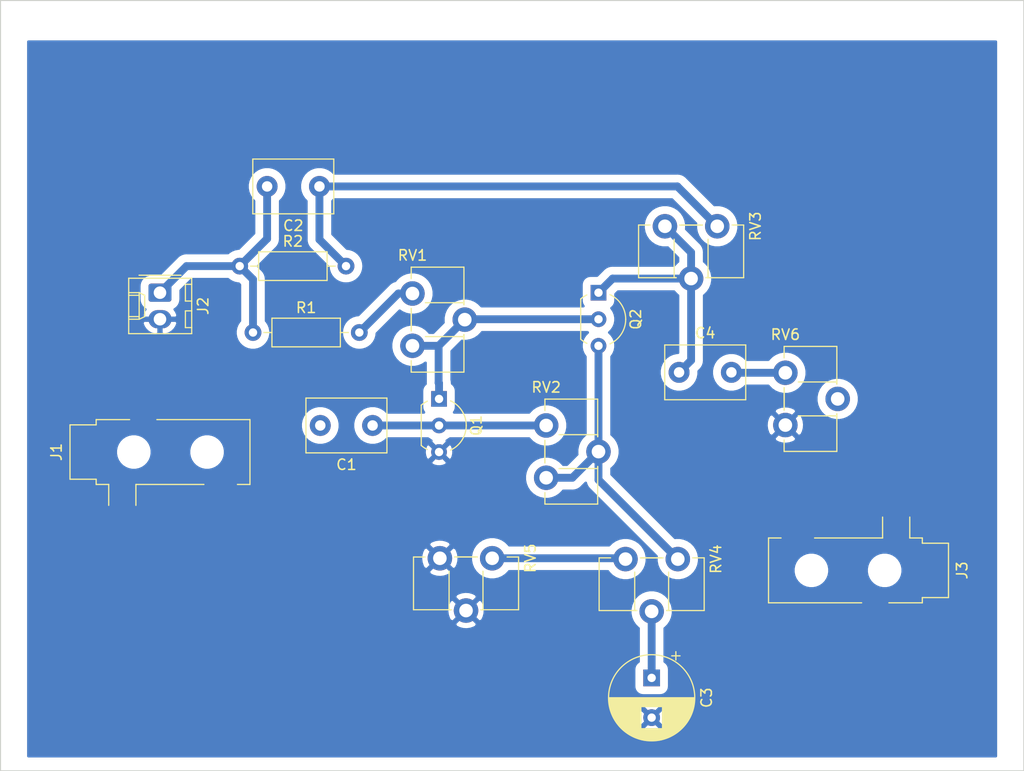
<source format=kicad_pcb>
(kicad_pcb (version 20171130) (host pcbnew "(5.1.4)-1")

  (general
    (thickness 1.6)
    (drawings 4)
    (tracks 37)
    (zones 0)
    (modules 17)
    (nets 14)
  )

  (page A4)
  (layers
    (0 F.Cu signal)
    (31 B.Cu signal)
    (32 B.Adhes user)
    (33 F.Adhes user)
    (34 B.Paste user)
    (35 F.Paste user)
    (36 B.SilkS user)
    (37 F.SilkS user)
    (38 B.Mask user)
    (39 F.Mask user)
    (40 Dwgs.User user)
    (41 Cmts.User user)
    (42 Eco1.User user)
    (43 Eco2.User user)
    (44 Edge.Cuts user)
    (45 Margin user)
    (46 B.CrtYd user)
    (47 F.CrtYd user)
    (48 B.Fab user)
    (49 F.Fab user)
  )

  (setup
    (last_trace_width 0.75)
    (trace_clearance 0.75)
    (zone_clearance 0.508)
    (zone_45_only no)
    (trace_min 0.2)
    (via_size 0.8)
    (via_drill 0.4)
    (via_min_size 0.4)
    (via_min_drill 0.3)
    (uvia_size 0.3)
    (uvia_drill 0.1)
    (uvias_allowed no)
    (uvia_min_size 0.2)
    (uvia_min_drill 0.1)
    (edge_width 0.05)
    (segment_width 0.2)
    (pcb_text_width 0.3)
    (pcb_text_size 1.5 1.5)
    (mod_edge_width 0.12)
    (mod_text_size 1 1)
    (mod_text_width 0.15)
    (pad_size 1.524 1.524)
    (pad_drill 0.762)
    (pad_to_mask_clearance 0.051)
    (solder_mask_min_width 0.25)
    (aux_axis_origin 0 0)
    (visible_elements 7FFFFFFF)
    (pcbplotparams
      (layerselection 0x010fc_ffffffff)
      (usegerberextensions false)
      (usegerberattributes false)
      (usegerberadvancedattributes false)
      (creategerberjobfile false)
      (excludeedgelayer true)
      (linewidth 0.100000)
      (plotframeref false)
      (viasonmask false)
      (mode 1)
      (useauxorigin false)
      (hpglpennumber 1)
      (hpglpenspeed 20)
      (hpglpendiameter 15.000000)
      (psnegative false)
      (psa4output false)
      (plotreference true)
      (plotvalue true)
      (plotinvisibletext false)
      (padsonsilk false)
      (subtractmaskfromsilk false)
      (outputformat 1)
      (mirror false)
      (drillshape 1)
      (scaleselection 1)
      (outputdirectory ""))
  )

  (net 0 "")
  (net 1 "Net-(C1-Pad2)")
  (net 2 "Net-(C1-Pad1)")
  (net 3 +9V)
  (net 4 "Net-(C2-Pad1)")
  (net 5 GND)
  (net 6 "Net-(C3-Pad1)")
  (net 7 "Net-(C4-Pad2)")
  (net 8 "Net-(C4-Pad1)")
  (net 9 "Net-(J3-PadS)")
  (net 10 "Net-(Q1-Pad1)")
  (net 11 "Net-(Q2-Pad3)")
  (net 12 "Net-(R1-Pad2)")
  (net 13 "Net-(RV4-Pad3)")

  (net_class Default "Esta é a classe de rede padrão."
    (clearance 0.75)
    (trace_width 0.75)
    (via_dia 0.8)
    (via_drill 0.4)
    (uvia_dia 0.3)
    (uvia_drill 0.1)
    (add_net +9V)
    (add_net GND)
    (add_net "Net-(C1-Pad1)")
    (add_net "Net-(C1-Pad2)")
    (add_net "Net-(C2-Pad1)")
    (add_net "Net-(C3-Pad1)")
    (add_net "Net-(C4-Pad1)")
    (add_net "Net-(C4-Pad2)")
    (add_net "Net-(J3-PadS)")
    (add_net "Net-(Q1-Pad1)")
    (add_net "Net-(Q2-Pad3)")
    (add_net "Net-(R1-Pad2)")
    (add_net "Net-(RV4-Pad3)")
  )

  (module Connector_Audio:Jack_3.5mm_CUI_SJ-3523-SMT_Horizontal (layer F.Cu) (tedit 5C635420) (tstamp 5DA57E95)
    (at 131.53 102.76 270)
    (descr "3.5 mm, Stereo, Right Angle, Surface Mount (SMT), Audio Jack Connector (https://www.cui.com/product/resource/sj-352x-smt-series.pdf)")
    (tags "3.5mm audio cui horizontal jack stereo")
    (path /5DA6F529)
    (attr smd)
    (fp_text reference J3 (at 0 -9.9 90) (layer F.SilkS)
      (effects (font (size 1 1) (thickness 0.15)))
    )
    (fp_text value AudioJack2 (at 0 10.35 90) (layer F.Fab)
      (effects (font (size 1 1) (thickness 0.15)))
    )
    (fp_line (start -3.1 -2.3) (end -5.1 -2.3) (layer F.SilkS) (width 0.12))
    (fp_line (start -3.1 -4.9) (end -5.1 -4.9) (layer F.SilkS) (width 0.12))
    (fp_line (start -3.1 4.2) (end -3.1 -2.3) (layer F.SilkS) (width 0.12))
    (fp_line (start -3.1 8.6) (end -3.1 7.4) (layer F.SilkS) (width 0.12))
    (fp_line (start 3.1 8.6) (end -3.1 8.6) (layer F.SilkS) (width 0.12))
    (fp_line (start 3.1 -0.3) (end 3.1 8.6) (layer F.SilkS) (width 0.12))
    (fp_line (start 3.1 -6.1) (end 3.1 -2.9) (layer F.SilkS) (width 0.12))
    (fp_line (start 2.6 -6.1) (end 3.1 -6.1) (layer F.SilkS) (width 0.12))
    (fp_line (start 2.6 -8.6) (end 2.6 -6.1) (layer F.SilkS) (width 0.12))
    (fp_line (start -2.6 -8.6) (end 2.6 -8.6) (layer F.SilkS) (width 0.12))
    (fp_line (start -2.6 -6.1) (end -2.6 -8.6) (layer F.SilkS) (width 0.12))
    (fp_line (start -3.1 -6.1) (end -2.6 -6.1) (layer F.SilkS) (width 0.12))
    (fp_line (start -3.1 -4.9) (end -3.1 -6.1) (layer F.SilkS) (width 0.12))
    (fp_text user %R (at 0 0 90) (layer F.Fab)
      (effects (font (size 1 1) (thickness 0.15)))
    )
    (fp_line (start -5.6 -9) (end 5.6 -9) (layer F.CrtYd) (width 0.05))
    (fp_line (start -5.6 9) (end -5.6 -9) (layer F.CrtYd) (width 0.05))
    (fp_line (start 5.6 9) (end -5.6 9) (layer F.CrtYd) (width 0.05))
    (fp_line (start 5.6 -9) (end 5.6 9) (layer F.CrtYd) (width 0.05))
    (fp_line (start 2.5 -6) (end 3 -6) (layer F.Fab) (width 0.1))
    (fp_line (start 2.5 -8.5) (end 2.5 -6) (layer F.Fab) (width 0.1))
    (fp_line (start -2.5 -8.5) (end 2.5 -8.5) (layer F.Fab) (width 0.1))
    (fp_line (start -2.5 -6) (end -2.5 -8.5) (layer F.Fab) (width 0.1))
    (fp_line (start -3 -6) (end -2.5 -6) (layer F.Fab) (width 0.1))
    (fp_line (start -3 8.5) (end -3 -6) (layer F.Fab) (width 0.1))
    (fp_line (start 3 8.5) (end -3 8.5) (layer F.Fab) (width 0.1))
    (fp_line (start 3 -6) (end 3 8.5) (layer F.Fab) (width 0.1))
    (pad "" np_thru_hole circle (at 0 4.5 270) (size 1.7 1.7) (drill 1.7) (layers *.Cu *.Mask))
    (pad "" np_thru_hole circle (at 0 -2.5 270) (size 1.7 1.7) (drill 1.7) (layers *.Cu *.Mask))
    (pad T smd rect (at -3.7 5.8 270) (size 2.8 2.8) (layers F.Cu F.Paste F.Mask)
      (net 5 GND))
    (pad S smd rect (at -3.7 -3.6 270) (size 2.8 2.2) (layers F.Cu F.Paste F.Mask)
      (net 9 "Net-(J3-PadS)"))
    (pad R smd rect (at 3.7 -1.6 270) (size 2.8 2.2) (layers F.Cu F.Paste F.Mask))
    (model ${KISYS3DMOD}/Connector_Audio.3dshapes/Jack_3.5mm_CUI_SJ-3523-SMT_Horizontal.wrl
      (at (xyz 0 0 0))
      (scale (xyz 1 1 1))
      (rotate (xyz 0 0 0))
    )
  )

  (module Package_TO_SOT_THT:TO-92L_Inline_Wide (layer F.Cu) (tedit 5A11996A) (tstamp 5DA57EB9)
    (at 106.68 76.2 270)
    (descr "TO-92L leads in-line (large body variant of TO-92), also known as TO-226, wide, drill 0.75mm (see https://www.diodes.com/assets/Package-Files/TO92L.pdf and http://www.ti.com/lit/an/snoa059/snoa059.pdf)")
    (tags "TO-92L Inline Wide transistor")
    (path /5DA5A798)
    (fp_text reference Q2 (at 2.54 -3.56 90) (layer F.SilkS)
      (effects (font (size 1 1) (thickness 0.15)))
    )
    (fp_text value BC548 (at 2.54 2.79 90) (layer F.Fab)
      (effects (font (size 1 1) (thickness 0.15)))
    )
    (fp_arc (start 2.54 0) (end 4.45 1.7) (angle -15.88591585) (layer F.SilkS) (width 0.12))
    (fp_arc (start 2.54 0) (end 2.54 -2.48) (angle -130.2499344) (layer F.Fab) (width 0.1))
    (fp_arc (start 2.54 0) (end 2.54 -2.48) (angle 129.9527847) (layer F.Fab) (width 0.1))
    (fp_arc (start 2.54 0) (end 2.54 -2.6) (angle 65) (layer F.SilkS) (width 0.12))
    (fp_arc (start 2.54 0) (end 2.54 -2.6) (angle -65) (layer F.SilkS) (width 0.12))
    (fp_arc (start 2.54 0) (end 0.6 1.7) (angle 15.44288892) (layer F.SilkS) (width 0.12))
    (fp_line (start 6.1 1.85) (end -1 1.85) (layer F.CrtYd) (width 0.05))
    (fp_line (start 6.1 1.85) (end 6.1 -2.75) (layer F.CrtYd) (width 0.05))
    (fp_line (start -1 -2.75) (end -1 1.85) (layer F.CrtYd) (width 0.05))
    (fp_line (start -1 -2.75) (end 6.1 -2.75) (layer F.CrtYd) (width 0.05))
    (fp_line (start 0.65 1.6) (end 4.4 1.6) (layer F.Fab) (width 0.1))
    (fp_line (start 0.6 1.7) (end 4.45 1.7) (layer F.SilkS) (width 0.12))
    (fp_text user %R (at 2.54 -3.56 90) (layer F.Fab)
      (effects (font (size 1 1) (thickness 0.15)))
    )
    (pad 1 thru_hole rect (at 0 0) (size 1.5 1.5) (drill 0.8) (layers *.Cu *.Mask)
      (net 8 "Net-(C4-Pad1)"))
    (pad 3 thru_hole circle (at 5.08 0) (size 1.5 1.5) (drill 0.8) (layers *.Cu *.Mask)
      (net 11 "Net-(Q2-Pad3)"))
    (pad 2 thru_hole circle (at 2.54 0) (size 1.5 1.5) (drill 0.8) (layers *.Cu *.Mask)
      (net 10 "Net-(Q1-Pad1)"))
    (model ${KISYS3DMOD}/Package_TO_SOT_THT.3dshapes/TO-92L_Inline_Wide.wrl
      (at (xyz 0 0 0))
      (scale (xyz 1 1 1))
      (rotate (xyz 0 0 0))
    )
  )

  (module Package_TO_SOT_THT:TO-92L_Inline_Wide (layer F.Cu) (tedit 5A11996A) (tstamp 5DA5C79D)
    (at 91.44 86.36 270)
    (descr "TO-92L leads in-line (large body variant of TO-92), also known as TO-226, wide, drill 0.75mm (see https://www.diodes.com/assets/Package-Files/TO92L.pdf and http://www.ti.com/lit/an/snoa059/snoa059.pdf)")
    (tags "TO-92L Inline Wide transistor")
    (path /5DA5BA19)
    (fp_text reference Q1 (at 2.54 -3.56 90) (layer F.SilkS)
      (effects (font (size 1 1) (thickness 0.15)))
    )
    (fp_text value BC548 (at 2.54 2.79 90) (layer F.Fab)
      (effects (font (size 1 1) (thickness 0.15)))
    )
    (fp_arc (start 2.54 0) (end 4.45 1.7) (angle -15.88591585) (layer F.SilkS) (width 0.12))
    (fp_arc (start 2.54 0) (end 2.54 -2.48) (angle -130.2499344) (layer F.Fab) (width 0.1))
    (fp_arc (start 2.54 0) (end 2.54 -2.48) (angle 129.9527847) (layer F.Fab) (width 0.1))
    (fp_arc (start 2.54 0) (end 2.54 -2.6) (angle 65) (layer F.SilkS) (width 0.12))
    (fp_arc (start 2.54 0) (end 2.54 -2.6) (angle -65) (layer F.SilkS) (width 0.12))
    (fp_arc (start 2.54 0) (end 0.6 1.7) (angle 15.44288892) (layer F.SilkS) (width 0.12))
    (fp_line (start 6.1 1.85) (end -1 1.85) (layer F.CrtYd) (width 0.05))
    (fp_line (start 6.1 1.85) (end 6.1 -2.75) (layer F.CrtYd) (width 0.05))
    (fp_line (start -1 -2.75) (end -1 1.85) (layer F.CrtYd) (width 0.05))
    (fp_line (start -1 -2.75) (end 6.1 -2.75) (layer F.CrtYd) (width 0.05))
    (fp_line (start 0.65 1.6) (end 4.4 1.6) (layer F.Fab) (width 0.1))
    (fp_line (start 0.6 1.7) (end 4.45 1.7) (layer F.SilkS) (width 0.12))
    (fp_text user %R (at 2.54 -3.56 90) (layer F.Fab)
      (effects (font (size 1 1) (thickness 0.15)))
    )
    (pad 1 thru_hole rect (at 0 0) (size 1.5 1.5) (drill 0.8) (layers *.Cu *.Mask)
      (net 10 "Net-(Q1-Pad1)"))
    (pad 3 thru_hole circle (at 5.08 0) (size 1.5 1.5) (drill 0.8) (layers *.Cu *.Mask)
      (net 5 GND))
    (pad 2 thru_hole circle (at 2.54 0) (size 1.5 1.5) (drill 0.8) (layers *.Cu *.Mask)
      (net 2 "Net-(C1-Pad1)"))
    (model ${KISYS3DMOD}/Package_TO_SOT_THT.3dshapes/TO-92L_Inline_Wide.wrl
      (at (xyz 0 0 0))
      (scale (xyz 1 1 1))
      (rotate (xyz 0 0 0))
    )
  )

  (module Potentiometer_THT:Potentiometer_ACP_CA9-H5_Horizontal (layer F.Cu) (tedit 5A3D4994) (tstamp 5DA57FA7)
    (at 124.54 83.86)
    (descr "Potentiometer, horizontal, ACP CA9-H5, http://www.acptechnologies.com/wp-content/uploads/2017/05/02-ACP-CA9-CE9.pdf")
    (tags "Potentiometer horizontal ACP CA9-H5")
    (path /5DA55A61)
    (fp_text reference RV6 (at 0 -3.65) (layer F.SilkS)
      (effects (font (size 1 1) (thickness 0.15)))
    )
    (fp_text value R_POT (at 0 8.65) (layer F.Fab)
      (effects (font (size 1 1) (thickness 0.15)))
    )
    (fp_text user %R (at 2.4 2.5) (layer F.Fab)
      (effects (font (size 1 1) (thickness 0.15)))
    )
    (fp_line (start 6.45 -2.7) (end -1.45 -2.7) (layer F.CrtYd) (width 0.05))
    (fp_line (start 6.45 7.65) (end 6.45 -2.7) (layer F.CrtYd) (width 0.05))
    (fp_line (start -1.45 7.65) (end 6.45 7.65) (layer F.CrtYd) (width 0.05))
    (fp_line (start -1.45 -2.7) (end -1.45 7.65) (layer F.CrtYd) (width 0.05))
    (fp_line (start 4.92 3.925) (end 4.92 4.12) (layer F.SilkS) (width 0.12))
    (fp_line (start 4.92 0.88) (end 4.92 1.075) (layer F.SilkS) (width 0.12))
    (fp_line (start -0.121 1.426) (end -0.121 3.575) (layer F.SilkS) (width 0.12))
    (fp_line (start 1.237 4.12) (end 4.92 4.12) (layer F.SilkS) (width 0.12))
    (fp_line (start 1.237 0.88) (end 4.92 0.88) (layer F.SilkS) (width 0.12))
    (fp_line (start -0.121 1.426) (end -0.121 3.575) (layer F.SilkS) (width 0.12))
    (fp_line (start -0.121 -2.521) (end -0.121 -1.426) (layer F.SilkS) (width 0.12))
    (fp_line (start -0.121 6.425) (end -0.121 7.52) (layer F.SilkS) (width 0.12))
    (fp_line (start 4.92 3.925) (end 4.92 7.52) (layer F.SilkS) (width 0.12))
    (fp_line (start 4.92 -2.521) (end 4.92 1.075) (layer F.SilkS) (width 0.12))
    (fp_line (start -0.121 7.52) (end 4.92 7.52) (layer F.SilkS) (width 0.12))
    (fp_line (start -0.121 -2.521) (end 4.92 -2.521) (layer F.SilkS) (width 0.12))
    (fp_line (start 4.8 1) (end 0 1) (layer F.Fab) (width 0.1))
    (fp_line (start 4.8 4) (end 4.8 1) (layer F.Fab) (width 0.1))
    (fp_line (start 0 4) (end 4.8 4) (layer F.Fab) (width 0.1))
    (fp_line (start 0 1) (end 0 4) (layer F.Fab) (width 0.1))
    (fp_line (start 0 -2.4) (end 4.8 -2.4) (layer F.Fab) (width 0.1))
    (fp_line (start 0 7.4) (end 0 -2.4) (layer F.Fab) (width 0.1))
    (fp_line (start 4.8 7.4) (end 0 7.4) (layer F.Fab) (width 0.1))
    (fp_line (start 4.8 -2.4) (end 4.8 7.4) (layer F.Fab) (width 0.1))
    (pad 1 thru_hole circle (at 0 0) (size 2.34 2.34) (drill 1.3) (layers *.Cu *.Mask)
      (net 7 "Net-(C4-Pad2)"))
    (pad 2 thru_hole circle (at 5 2.5) (size 2.34 2.34) (drill 1.3) (layers *.Cu *.Mask)
      (net 9 "Net-(J3-PadS)"))
    (pad 3 thru_hole circle (at 0 5) (size 2.34 2.34) (drill 1.3) (layers *.Cu *.Mask)
      (net 5 GND))
    (model ${KISYS3DMOD}/Potentiometer_THT.3dshapes/Potentiometer_ACP_CA9-H5_Horizontal.wrl
      (at (xyz 0 0 0))
      (scale (xyz 1 1 1))
      (rotate (xyz 0 0 0))
    )
  )

  (module Potentiometer_THT:Potentiometer_ACP_CA9-H5_Horizontal (layer F.Cu) (tedit 5A3D4994) (tstamp 5DA57F87)
    (at 96.52 101.6 270)
    (descr "Potentiometer, horizontal, ACP CA9-H5, http://www.acptechnologies.com/wp-content/uploads/2017/05/02-ACP-CA9-CE9.pdf")
    (tags "Potentiometer horizontal ACP CA9-H5")
    (path /5DA7EE9D)
    (fp_text reference RV5 (at 0 -3.65 90) (layer F.SilkS)
      (effects (font (size 1 1) (thickness 0.15)))
    )
    (fp_text value R_POT (at 0 8.65 90) (layer F.Fab)
      (effects (font (size 1 1) (thickness 0.15)))
    )
    (fp_text user %R (at 4.8 4 90) (layer F.Fab)
      (effects (font (size 1 1) (thickness 0.15)))
    )
    (fp_line (start 6.45 -2.7) (end -1.45 -2.7) (layer F.CrtYd) (width 0.05))
    (fp_line (start 6.45 7.65) (end 6.45 -2.7) (layer F.CrtYd) (width 0.05))
    (fp_line (start -1.45 7.65) (end 6.45 7.65) (layer F.CrtYd) (width 0.05))
    (fp_line (start -1.45 -2.7) (end -1.45 7.65) (layer F.CrtYd) (width 0.05))
    (fp_line (start 4.92 3.925) (end 4.92 4.12) (layer F.SilkS) (width 0.12))
    (fp_line (start 4.92 0.88) (end 4.92 1.075) (layer F.SilkS) (width 0.12))
    (fp_line (start -0.121 1.426) (end -0.121 3.575) (layer F.SilkS) (width 0.12))
    (fp_line (start 1.237 4.12) (end 4.92 4.12) (layer F.SilkS) (width 0.12))
    (fp_line (start 1.237 0.88) (end 4.92 0.88) (layer F.SilkS) (width 0.12))
    (fp_line (start -0.121 1.426) (end -0.121 3.575) (layer F.SilkS) (width 0.12))
    (fp_line (start -0.121 -2.521) (end -0.121 -1.426) (layer F.SilkS) (width 0.12))
    (fp_line (start -0.121 6.425) (end -0.121 7.52) (layer F.SilkS) (width 0.12))
    (fp_line (start 4.92 3.925) (end 4.92 7.52) (layer F.SilkS) (width 0.12))
    (fp_line (start 4.92 -2.521) (end 4.92 1.075) (layer F.SilkS) (width 0.12))
    (fp_line (start -0.121 7.52) (end 4.92 7.52) (layer F.SilkS) (width 0.12))
    (fp_line (start -0.121 -2.521) (end 4.92 -2.521) (layer F.SilkS) (width 0.12))
    (fp_line (start 4.8 1) (end 0 1) (layer F.Fab) (width 0.1))
    (fp_line (start 4.8 4) (end 4.8 1) (layer F.Fab) (width 0.1))
    (fp_line (start 0 4) (end 4.8 4) (layer F.Fab) (width 0.1))
    (fp_line (start 0 1) (end 0 4) (layer F.Fab) (width 0.1))
    (fp_line (start 0 -2.4) (end 4.8 -2.4) (layer F.Fab) (width 0.1))
    (fp_line (start 0 7.4) (end 0 -2.4) (layer F.Fab) (width 0.1))
    (fp_line (start 4.8 7.4) (end 0 7.4) (layer F.Fab) (width 0.1))
    (fp_line (start 4.8 -2.4) (end 4.8 7.4) (layer F.Fab) (width 0.1))
    (pad 1 thru_hole circle (at 0 0 270) (size 2.34 2.34) (drill 1.3) (layers *.Cu *.Mask)
      (net 13 "Net-(RV4-Pad3)"))
    (pad 2 thru_hole circle (at 5 2.5 270) (size 2.34 2.34) (drill 1.3) (layers *.Cu *.Mask)
      (net 5 GND))
    (pad 3 thru_hole circle (at 0 5 270) (size 2.34 2.34) (drill 1.3) (layers *.Cu *.Mask)
      (net 5 GND))
    (model ${KISYS3DMOD}/Potentiometer_THT.3dshapes/Potentiometer_ACP_CA9-H5_Horizontal.wrl
      (at (xyz 0 0 0))
      (scale (xyz 1 1 1))
      (rotate (xyz 0 0 0))
    )
  )

  (module Potentiometer_THT:Potentiometer_ACP_CA9-H5_Horizontal (layer F.Cu) (tedit 5A3D4994) (tstamp 5DA57F67)
    (at 114.26 101.68 270)
    (descr "Potentiometer, horizontal, ACP CA9-H5, http://www.acptechnologies.com/wp-content/uploads/2017/05/02-ACP-CA9-CE9.pdf")
    (tags "Potentiometer horizontal ACP CA9-H5")
    (path /5DA58E1D)
    (fp_text reference RV4 (at 0 -3.65 90) (layer F.SilkS)
      (effects (font (size 1 1) (thickness 0.15)))
    )
    (fp_text value R_POT (at 0 8.65 90) (layer F.Fab)
      (effects (font (size 1 1) (thickness 0.15)))
    )
    (fp_text user %R (at 2.4 2.5 90) (layer F.Fab)
      (effects (font (size 1 1) (thickness 0.15)))
    )
    (fp_line (start 6.45 -2.7) (end -1.45 -2.7) (layer F.CrtYd) (width 0.05))
    (fp_line (start 6.45 7.65) (end 6.45 -2.7) (layer F.CrtYd) (width 0.05))
    (fp_line (start -1.45 7.65) (end 6.45 7.65) (layer F.CrtYd) (width 0.05))
    (fp_line (start -1.45 -2.7) (end -1.45 7.65) (layer F.CrtYd) (width 0.05))
    (fp_line (start 4.92 3.925) (end 4.92 4.12) (layer F.SilkS) (width 0.12))
    (fp_line (start 4.92 0.88) (end 4.92 1.075) (layer F.SilkS) (width 0.12))
    (fp_line (start -0.121 1.426) (end -0.121 3.575) (layer F.SilkS) (width 0.12))
    (fp_line (start 1.237 4.12) (end 4.92 4.12) (layer F.SilkS) (width 0.12))
    (fp_line (start 1.237 0.88) (end 4.92 0.88) (layer F.SilkS) (width 0.12))
    (fp_line (start -0.121 1.426) (end -0.121 3.575) (layer F.SilkS) (width 0.12))
    (fp_line (start -0.121 -2.521) (end -0.121 -1.426) (layer F.SilkS) (width 0.12))
    (fp_line (start -0.121 6.425) (end -0.121 7.52) (layer F.SilkS) (width 0.12))
    (fp_line (start 4.92 3.925) (end 4.92 7.52) (layer F.SilkS) (width 0.12))
    (fp_line (start 4.92 -2.521) (end 4.92 1.075) (layer F.SilkS) (width 0.12))
    (fp_line (start -0.121 7.52) (end 4.92 7.52) (layer F.SilkS) (width 0.12))
    (fp_line (start -0.121 -2.521) (end 4.92 -2.521) (layer F.SilkS) (width 0.12))
    (fp_line (start 4.8 1) (end 0 1) (layer F.Fab) (width 0.1))
    (fp_line (start 4.8 4) (end 4.8 1) (layer F.Fab) (width 0.1))
    (fp_line (start 0 4) (end 4.8 4) (layer F.Fab) (width 0.1))
    (fp_line (start 0 1) (end 0 4) (layer F.Fab) (width 0.1))
    (fp_line (start 0 -2.4) (end 4.8 -2.4) (layer F.Fab) (width 0.1))
    (fp_line (start 0 7.4) (end 0 -2.4) (layer F.Fab) (width 0.1))
    (fp_line (start 4.8 7.4) (end 0 7.4) (layer F.Fab) (width 0.1))
    (fp_line (start 4.8 -2.4) (end 4.8 7.4) (layer F.Fab) (width 0.1))
    (pad 1 thru_hole circle (at 0 0 270) (size 2.34 2.34) (drill 1.3) (layers *.Cu *.Mask)
      (net 11 "Net-(Q2-Pad3)"))
    (pad 2 thru_hole circle (at 5 2.5 270) (size 2.34 2.34) (drill 1.3) (layers *.Cu *.Mask)
      (net 6 "Net-(C3-Pad1)"))
    (pad 3 thru_hole circle (at 0 5 270) (size 2.34 2.34) (drill 1.3) (layers *.Cu *.Mask)
      (net 13 "Net-(RV4-Pad3)"))
    (model ${KISYS3DMOD}/Potentiometer_THT.3dshapes/Potentiometer_ACP_CA9-H5_Horizontal.wrl
      (at (xyz 0 0 0))
      (scale (xyz 1 1 1))
      (rotate (xyz 0 0 0))
    )
  )

  (module Potentiometer_THT:Potentiometer_ACP_CA9-H5_Horizontal (layer F.Cu) (tedit 5A3D4994) (tstamp 5DA59493)
    (at 118.03 69.85 270)
    (descr "Potentiometer, horizontal, ACP CA9-H5, http://www.acptechnologies.com/wp-content/uploads/2017/05/02-ACP-CA9-CE9.pdf")
    (tags "Potentiometer horizontal ACP CA9-H5")
    (path /5DA7E655)
    (fp_text reference RV3 (at 0 -3.65 90) (layer F.SilkS)
      (effects (font (size 1 1) (thickness 0.15)))
    )
    (fp_text value R_POT (at 0 8.65 90) (layer F.Fab)
      (effects (font (size 1 1) (thickness 0.15)))
    )
    (fp_text user %R (at 2.4 2.5 90) (layer F.Fab)
      (effects (font (size 1 1) (thickness 0.15)))
    )
    (fp_line (start 6.45 -2.7) (end -1.45 -2.7) (layer F.CrtYd) (width 0.05))
    (fp_line (start 6.45 7.65) (end 6.45 -2.7) (layer F.CrtYd) (width 0.05))
    (fp_line (start -1.45 7.65) (end 6.45 7.65) (layer F.CrtYd) (width 0.05))
    (fp_line (start -1.45 -2.7) (end -1.45 7.65) (layer F.CrtYd) (width 0.05))
    (fp_line (start 4.92 3.925) (end 4.92 4.12) (layer F.SilkS) (width 0.12))
    (fp_line (start 4.92 0.88) (end 4.92 1.075) (layer F.SilkS) (width 0.12))
    (fp_line (start -0.121 1.426) (end -0.121 3.575) (layer F.SilkS) (width 0.12))
    (fp_line (start 1.237 4.12) (end 4.92 4.12) (layer F.SilkS) (width 0.12))
    (fp_line (start 1.237 0.88) (end 4.92 0.88) (layer F.SilkS) (width 0.12))
    (fp_line (start -0.121 1.426) (end -0.121 3.575) (layer F.SilkS) (width 0.12))
    (fp_line (start -0.121 -2.521) (end -0.121 -1.426) (layer F.SilkS) (width 0.12))
    (fp_line (start -0.121 6.425) (end -0.121 7.52) (layer F.SilkS) (width 0.12))
    (fp_line (start 4.92 3.925) (end 4.92 7.52) (layer F.SilkS) (width 0.12))
    (fp_line (start 4.92 -2.521) (end 4.92 1.075) (layer F.SilkS) (width 0.12))
    (fp_line (start -0.121 7.52) (end 4.92 7.52) (layer F.SilkS) (width 0.12))
    (fp_line (start -0.121 -2.521) (end 4.92 -2.521) (layer F.SilkS) (width 0.12))
    (fp_line (start 4.8 1) (end 0 1) (layer F.Fab) (width 0.1))
    (fp_line (start 4.8 4) (end 4.8 1) (layer F.Fab) (width 0.1))
    (fp_line (start 0 4) (end 4.8 4) (layer F.Fab) (width 0.1))
    (fp_line (start 0 1) (end 0 4) (layer F.Fab) (width 0.1))
    (fp_line (start 0 -2.4) (end 4.8 -2.4) (layer F.Fab) (width 0.1))
    (fp_line (start 0 7.4) (end 0 -2.4) (layer F.Fab) (width 0.1))
    (fp_line (start 4.8 7.4) (end 0 7.4) (layer F.Fab) (width 0.1))
    (fp_line (start 4.8 -2.4) (end 4.8 7.4) (layer F.Fab) (width 0.1))
    (pad 1 thru_hole circle (at 0 0 270) (size 2.34 2.34) (drill 1.3) (layers *.Cu *.Mask)
      (net 4 "Net-(C2-Pad1)"))
    (pad 2 thru_hole circle (at 5 2.5 270) (size 2.34 2.34) (drill 1.3) (layers *.Cu *.Mask)
      (net 8 "Net-(C4-Pad1)"))
    (pad 3 thru_hole circle (at 0 5 270) (size 2.34 2.34) (drill 1.3) (layers *.Cu *.Mask)
      (net 8 "Net-(C4-Pad1)"))
    (model ${KISYS3DMOD}/Potentiometer_THT.3dshapes/Potentiometer_ACP_CA9-H5_Horizontal.wrl
      (at (xyz 0 0 0))
      (scale (xyz 1 1 1))
      (rotate (xyz 0 0 0))
    )
  )

  (module Potentiometer_THT:Potentiometer_ACP_CA9-H5_Horizontal (layer F.Cu) (tedit 5A3D4994) (tstamp 5DA57F27)
    (at 101.68 88.9)
    (descr "Potentiometer, horizontal, ACP CA9-H5, http://www.acptechnologies.com/wp-content/uploads/2017/05/02-ACP-CA9-CE9.pdf")
    (tags "Potentiometer horizontal ACP CA9-H5")
    (path /5DA7F5C9)
    (fp_text reference RV2 (at 0 -3.65) (layer F.SilkS)
      (effects (font (size 1 1) (thickness 0.15)))
    )
    (fp_text value R_POT (at 0 8.65) (layer F.Fab)
      (effects (font (size 1 1) (thickness 0.15)))
    )
    (fp_text user %R (at 2.4 2.5) (layer F.Fab)
      (effects (font (size 1 1) (thickness 0.15)))
    )
    (fp_line (start 6.45 -2.7) (end -1.45 -2.7) (layer F.CrtYd) (width 0.05))
    (fp_line (start 6.45 7.65) (end 6.45 -2.7) (layer F.CrtYd) (width 0.05))
    (fp_line (start -1.45 7.65) (end 6.45 7.65) (layer F.CrtYd) (width 0.05))
    (fp_line (start -1.45 -2.7) (end -1.45 7.65) (layer F.CrtYd) (width 0.05))
    (fp_line (start 4.92 3.925) (end 4.92 4.12) (layer F.SilkS) (width 0.12))
    (fp_line (start 4.92 0.88) (end 4.92 1.075) (layer F.SilkS) (width 0.12))
    (fp_line (start -0.121 1.426) (end -0.121 3.575) (layer F.SilkS) (width 0.12))
    (fp_line (start 1.237 4.12) (end 4.92 4.12) (layer F.SilkS) (width 0.12))
    (fp_line (start 1.237 0.88) (end 4.92 0.88) (layer F.SilkS) (width 0.12))
    (fp_line (start -0.121 1.426) (end -0.121 3.575) (layer F.SilkS) (width 0.12))
    (fp_line (start -0.121 -2.521) (end -0.121 -1.426) (layer F.SilkS) (width 0.12))
    (fp_line (start -0.121 6.425) (end -0.121 7.52) (layer F.SilkS) (width 0.12))
    (fp_line (start 4.92 3.925) (end 4.92 7.52) (layer F.SilkS) (width 0.12))
    (fp_line (start 4.92 -2.521) (end 4.92 1.075) (layer F.SilkS) (width 0.12))
    (fp_line (start -0.121 7.52) (end 4.92 7.52) (layer F.SilkS) (width 0.12))
    (fp_line (start -0.121 -2.521) (end 4.92 -2.521) (layer F.SilkS) (width 0.12))
    (fp_line (start 4.8 1) (end 0 1) (layer F.Fab) (width 0.1))
    (fp_line (start 4.8 4) (end 4.8 1) (layer F.Fab) (width 0.1))
    (fp_line (start 0 4) (end 4.8 4) (layer F.Fab) (width 0.1))
    (fp_line (start 0 1) (end 0 4) (layer F.Fab) (width 0.1))
    (fp_line (start 0 -2.4) (end 4.8 -2.4) (layer F.Fab) (width 0.1))
    (fp_line (start 0 7.4) (end 0 -2.4) (layer F.Fab) (width 0.1))
    (fp_line (start 4.8 7.4) (end 0 7.4) (layer F.Fab) (width 0.1))
    (fp_line (start 4.8 -2.4) (end 4.8 7.4) (layer F.Fab) (width 0.1))
    (pad 1 thru_hole circle (at 0 0) (size 2.34 2.34) (drill 1.3) (layers *.Cu *.Mask)
      (net 2 "Net-(C1-Pad1)"))
    (pad 2 thru_hole circle (at 5 2.5) (size 2.34 2.34) (drill 1.3) (layers *.Cu *.Mask)
      (net 11 "Net-(Q2-Pad3)"))
    (pad 3 thru_hole circle (at 0 5) (size 2.34 2.34) (drill 1.3) (layers *.Cu *.Mask)
      (net 11 "Net-(Q2-Pad3)"))
    (model ${KISYS3DMOD}/Potentiometer_THT.3dshapes/Potentiometer_ACP_CA9-H5_Horizontal.wrl
      (at (xyz 0 0 0))
      (scale (xyz 1 1 1))
      (rotate (xyz 0 0 0))
    )
  )

  (module Potentiometer_THT:Potentiometer_ACP_CA9-H5_Horizontal (layer F.Cu) (tedit 5A3D4994) (tstamp 5DA5C5EB)
    (at 88.9 76.28)
    (descr "Potentiometer, horizontal, ACP CA9-H5, http://www.acptechnologies.com/wp-content/uploads/2017/05/02-ACP-CA9-CE9.pdf")
    (tags "Potentiometer horizontal ACP CA9-H5")
    (path /5DA7EAB4)
    (fp_text reference RV1 (at 0 -3.65) (layer F.SilkS)
      (effects (font (size 1 1) (thickness 0.15)))
    )
    (fp_text value R_POT (at 0 8.65) (layer F.Fab)
      (effects (font (size 1 1) (thickness 0.15)))
    )
    (fp_text user %R (at 2.46 2.5) (layer F.Fab)
      (effects (font (size 1 1) (thickness 0.15)))
    )
    (fp_line (start 6.45 -2.7) (end -1.45 -2.7) (layer F.CrtYd) (width 0.05))
    (fp_line (start 6.45 7.65) (end 6.45 -2.7) (layer F.CrtYd) (width 0.05))
    (fp_line (start -1.45 7.65) (end 6.45 7.65) (layer F.CrtYd) (width 0.05))
    (fp_line (start -1.45 -2.7) (end -1.45 7.65) (layer F.CrtYd) (width 0.05))
    (fp_line (start 4.92 3.925) (end 4.92 4.12) (layer F.SilkS) (width 0.12))
    (fp_line (start 4.92 0.88) (end 4.92 1.075) (layer F.SilkS) (width 0.12))
    (fp_line (start -0.121 1.426) (end -0.121 3.575) (layer F.SilkS) (width 0.12))
    (fp_line (start 1.237 4.12) (end 4.92 4.12) (layer F.SilkS) (width 0.12))
    (fp_line (start 1.237 0.88) (end 4.92 0.88) (layer F.SilkS) (width 0.12))
    (fp_line (start -0.121 1.426) (end -0.121 3.575) (layer F.SilkS) (width 0.12))
    (fp_line (start -0.121 -2.521) (end -0.121 -1.426) (layer F.SilkS) (width 0.12))
    (fp_line (start -0.121 6.425) (end -0.121 7.52) (layer F.SilkS) (width 0.12))
    (fp_line (start 4.92 3.925) (end 4.92 7.52) (layer F.SilkS) (width 0.12))
    (fp_line (start 4.92 -2.521) (end 4.92 1.075) (layer F.SilkS) (width 0.12))
    (fp_line (start -0.121 7.52) (end 4.92 7.52) (layer F.SilkS) (width 0.12))
    (fp_line (start -0.121 -2.521) (end 4.92 -2.521) (layer F.SilkS) (width 0.12))
    (fp_line (start 4.8 1) (end 0 1) (layer F.Fab) (width 0.1))
    (fp_line (start 4.8 4) (end 4.8 1) (layer F.Fab) (width 0.1))
    (fp_line (start 0 4) (end 4.8 4) (layer F.Fab) (width 0.1))
    (fp_line (start 0 1) (end 0 4) (layer F.Fab) (width 0.1))
    (fp_line (start 0 -2.4) (end 4.8 -2.4) (layer F.Fab) (width 0.1))
    (fp_line (start 0 7.4) (end 0 -2.4) (layer F.Fab) (width 0.1))
    (fp_line (start 4.8 7.4) (end 0 7.4) (layer F.Fab) (width 0.1))
    (fp_line (start 4.8 -2.4) (end 4.8 7.4) (layer F.Fab) (width 0.1))
    (pad 1 thru_hole circle (at 0 0) (size 2.34 2.34) (drill 1.3) (layers *.Cu *.Mask)
      (net 12 "Net-(R1-Pad2)"))
    (pad 2 thru_hole circle (at 5 2.5) (size 2.34 2.34) (drill 1.3) (layers *.Cu *.Mask)
      (net 10 "Net-(Q1-Pad1)"))
    (pad 3 thru_hole circle (at 0 5) (size 2.34 2.34) (drill 1.3) (layers *.Cu *.Mask)
      (net 10 "Net-(Q1-Pad1)"))
    (model ${KISYS3DMOD}/Potentiometer_THT.3dshapes/Potentiometer_ACP_CA9-H5_Horizontal.wrl
      (at (xyz 0 0 0))
      (scale (xyz 1 1 1))
      (rotate (xyz 0 0 0))
    )
  )

  (module Resistor_THT:R_Axial_DIN0207_L6.3mm_D2.5mm_P10.16mm_Horizontal (layer F.Cu) (tedit 5AE5139B) (tstamp 5DA57EE7)
    (at 72.39 73.66)
    (descr "Resistor, Axial_DIN0207 series, Axial, Horizontal, pin pitch=10.16mm, 0.25W = 1/4W, length*diameter=6.3*2.5mm^2, http://cdn-reichelt.de/documents/datenblatt/B400/1_4W%23YAG.pdf")
    (tags "Resistor Axial_DIN0207 series Axial Horizontal pin pitch 10.16mm 0.25W = 1/4W length 6.3mm diameter 2.5mm")
    (path /5DA5527C)
    (fp_text reference R2 (at 5.08 -2.37) (layer F.SilkS)
      (effects (font (size 1 1) (thickness 0.15)))
    )
    (fp_text value R (at 5.08 2.37) (layer F.Fab)
      (effects (font (size 1 1) (thickness 0.15)))
    )
    (fp_text user %R (at 5.08 0) (layer F.Fab)
      (effects (font (size 1 1) (thickness 0.15)))
    )
    (fp_line (start 11.21 -1.5) (end -1.05 -1.5) (layer F.CrtYd) (width 0.05))
    (fp_line (start 11.21 1.5) (end 11.21 -1.5) (layer F.CrtYd) (width 0.05))
    (fp_line (start -1.05 1.5) (end 11.21 1.5) (layer F.CrtYd) (width 0.05))
    (fp_line (start -1.05 -1.5) (end -1.05 1.5) (layer F.CrtYd) (width 0.05))
    (fp_line (start 9.12 0) (end 8.35 0) (layer F.SilkS) (width 0.12))
    (fp_line (start 1.04 0) (end 1.81 0) (layer F.SilkS) (width 0.12))
    (fp_line (start 8.35 -1.37) (end 1.81 -1.37) (layer F.SilkS) (width 0.12))
    (fp_line (start 8.35 1.37) (end 8.35 -1.37) (layer F.SilkS) (width 0.12))
    (fp_line (start 1.81 1.37) (end 8.35 1.37) (layer F.SilkS) (width 0.12))
    (fp_line (start 1.81 -1.37) (end 1.81 1.37) (layer F.SilkS) (width 0.12))
    (fp_line (start 10.16 0) (end 8.23 0) (layer F.Fab) (width 0.1))
    (fp_line (start 0 0) (end 1.93 0) (layer F.Fab) (width 0.1))
    (fp_line (start 8.23 -1.25) (end 1.93 -1.25) (layer F.Fab) (width 0.1))
    (fp_line (start 8.23 1.25) (end 8.23 -1.25) (layer F.Fab) (width 0.1))
    (fp_line (start 1.93 1.25) (end 8.23 1.25) (layer F.Fab) (width 0.1))
    (fp_line (start 1.93 -1.25) (end 1.93 1.25) (layer F.Fab) (width 0.1))
    (pad 2 thru_hole oval (at 10.16 0) (size 1.6 1.6) (drill 0.8) (layers *.Cu *.Mask)
      (net 4 "Net-(C2-Pad1)"))
    (pad 1 thru_hole circle (at 0 0) (size 1.6 1.6) (drill 0.8) (layers *.Cu *.Mask)
      (net 3 +9V))
    (model ${KISYS3DMOD}/Resistor_THT.3dshapes/R_Axial_DIN0207_L6.3mm_D2.5mm_P10.16mm_Horizontal.wrl
      (at (xyz 0 0 0))
      (scale (xyz 1 1 1))
      (rotate (xyz 0 0 0))
    )
  )

  (module Resistor_THT:R_Axial_DIN0207_L6.3mm_D2.5mm_P10.16mm_Horizontal (layer F.Cu) (tedit 5AE5139B) (tstamp 5DA5C6F5)
    (at 73.66 80.01)
    (descr "Resistor, Axial_DIN0207 series, Axial, Horizontal, pin pitch=10.16mm, 0.25W = 1/4W, length*diameter=6.3*2.5mm^2, http://cdn-reichelt.de/documents/datenblatt/B400/1_4W%23YAG.pdf")
    (tags "Resistor Axial_DIN0207 series Axial Horizontal pin pitch 10.16mm 0.25W = 1/4W length 6.3mm diameter 2.5mm")
    (path /5DA54CED)
    (fp_text reference R1 (at 5.08 -2.37) (layer F.SilkS)
      (effects (font (size 1 1) (thickness 0.15)))
    )
    (fp_text value 1k (at 5.08 2.37) (layer F.Fab)
      (effects (font (size 1 1) (thickness 0.15)))
    )
    (fp_text user %R (at 5.08 0) (layer F.Fab)
      (effects (font (size 1 1) (thickness 0.15)))
    )
    (fp_line (start 11.21 -1.5) (end -1.05 -1.5) (layer F.CrtYd) (width 0.05))
    (fp_line (start 11.21 1.5) (end 11.21 -1.5) (layer F.CrtYd) (width 0.05))
    (fp_line (start -1.05 1.5) (end 11.21 1.5) (layer F.CrtYd) (width 0.05))
    (fp_line (start -1.05 -1.5) (end -1.05 1.5) (layer F.CrtYd) (width 0.05))
    (fp_line (start 9.12 0) (end 8.35 0) (layer F.SilkS) (width 0.12))
    (fp_line (start 1.04 0) (end 1.81 0) (layer F.SilkS) (width 0.12))
    (fp_line (start 8.35 -1.37) (end 1.81 -1.37) (layer F.SilkS) (width 0.12))
    (fp_line (start 8.35 1.37) (end 8.35 -1.37) (layer F.SilkS) (width 0.12))
    (fp_line (start 1.81 1.37) (end 8.35 1.37) (layer F.SilkS) (width 0.12))
    (fp_line (start 1.81 -1.37) (end 1.81 1.37) (layer F.SilkS) (width 0.12))
    (fp_line (start 10.16 0) (end 8.23 0) (layer F.Fab) (width 0.1))
    (fp_line (start 0 0) (end 1.93 0) (layer F.Fab) (width 0.1))
    (fp_line (start 8.23 -1.25) (end 1.93 -1.25) (layer F.Fab) (width 0.1))
    (fp_line (start 8.23 1.25) (end 8.23 -1.25) (layer F.Fab) (width 0.1))
    (fp_line (start 1.93 1.25) (end 8.23 1.25) (layer F.Fab) (width 0.1))
    (fp_line (start 1.93 -1.25) (end 1.93 1.25) (layer F.Fab) (width 0.1))
    (pad 2 thru_hole oval (at 10.16 0) (size 1.6 1.6) (drill 0.8) (layers *.Cu *.Mask)
      (net 12 "Net-(R1-Pad2)"))
    (pad 1 thru_hole circle (at 0 0) (size 1.6 1.6) (drill 0.8) (layers *.Cu *.Mask)
      (net 3 +9V))
    (model ${KISYS3DMOD}/Resistor_THT.3dshapes/R_Axial_DIN0207_L6.3mm_D2.5mm_P10.16mm_Horizontal.wrl
      (at (xyz 0 0 0))
      (scale (xyz 1 1 1))
      (rotate (xyz 0 0 0))
    )
  )

  (module Connector_Molex:Molex_KK-254_AE-6410-02A_1x02_P2.54mm_Vertical (layer F.Cu) (tedit 5B78013E) (tstamp 5DA5C744)
    (at 64.77 76.2 270)
    (descr "Molex KK-254 Interconnect System, old/engineering part number: AE-6410-02A example for new part number: 22-27-2021, 2 Pins (http://www.molex.com/pdm_docs/sd/022272021_sd.pdf), generated with kicad-footprint-generator")
    (tags "connector Molex KK-254 side entry")
    (path /5DA73546)
    (fp_text reference J2 (at 1.27 -4.12 90) (layer F.SilkS)
      (effects (font (size 1 1) (thickness 0.15)))
    )
    (fp_text value Conn_01x02_Male (at 1.27 4.08 90) (layer F.Fab)
      (effects (font (size 1 1) (thickness 0.15)))
    )
    (fp_text user %R (at 1.27 -2.22 90) (layer F.Fab)
      (effects (font (size 1 1) (thickness 0.15)))
    )
    (fp_line (start 4.31 -3.42) (end -1.77 -3.42) (layer F.CrtYd) (width 0.05))
    (fp_line (start 4.31 3.38) (end 4.31 -3.42) (layer F.CrtYd) (width 0.05))
    (fp_line (start -1.77 3.38) (end 4.31 3.38) (layer F.CrtYd) (width 0.05))
    (fp_line (start -1.77 -3.42) (end -1.77 3.38) (layer F.CrtYd) (width 0.05))
    (fp_line (start 3.34 -2.43) (end 3.34 -3.03) (layer F.SilkS) (width 0.12))
    (fp_line (start 1.74 -2.43) (end 3.34 -2.43) (layer F.SilkS) (width 0.12))
    (fp_line (start 1.74 -3.03) (end 1.74 -2.43) (layer F.SilkS) (width 0.12))
    (fp_line (start 0.8 -2.43) (end 0.8 -3.03) (layer F.SilkS) (width 0.12))
    (fp_line (start -0.8 -2.43) (end 0.8 -2.43) (layer F.SilkS) (width 0.12))
    (fp_line (start -0.8 -3.03) (end -0.8 -2.43) (layer F.SilkS) (width 0.12))
    (fp_line (start 2.29 2.99) (end 2.29 1.99) (layer F.SilkS) (width 0.12))
    (fp_line (start 0.25 2.99) (end 0.25 1.99) (layer F.SilkS) (width 0.12))
    (fp_line (start 2.29 1.46) (end 2.54 1.99) (layer F.SilkS) (width 0.12))
    (fp_line (start 0.25 1.46) (end 2.29 1.46) (layer F.SilkS) (width 0.12))
    (fp_line (start 0 1.99) (end 0.25 1.46) (layer F.SilkS) (width 0.12))
    (fp_line (start 2.54 1.99) (end 2.54 2.99) (layer F.SilkS) (width 0.12))
    (fp_line (start 0 1.99) (end 2.54 1.99) (layer F.SilkS) (width 0.12))
    (fp_line (start 0 2.99) (end 0 1.99) (layer F.SilkS) (width 0.12))
    (fp_line (start -0.562893 0) (end -1.27 0.5) (layer F.Fab) (width 0.1))
    (fp_line (start -1.27 -0.5) (end -0.562893 0) (layer F.Fab) (width 0.1))
    (fp_line (start -1.67 -2) (end -1.67 2) (layer F.SilkS) (width 0.12))
    (fp_line (start 3.92 -3.03) (end -1.38 -3.03) (layer F.SilkS) (width 0.12))
    (fp_line (start 3.92 2.99) (end 3.92 -3.03) (layer F.SilkS) (width 0.12))
    (fp_line (start -1.38 2.99) (end 3.92 2.99) (layer F.SilkS) (width 0.12))
    (fp_line (start -1.38 -3.03) (end -1.38 2.99) (layer F.SilkS) (width 0.12))
    (fp_line (start 3.81 -2.92) (end -1.27 -2.92) (layer F.Fab) (width 0.1))
    (fp_line (start 3.81 2.88) (end 3.81 -2.92) (layer F.Fab) (width 0.1))
    (fp_line (start -1.27 2.88) (end 3.81 2.88) (layer F.Fab) (width 0.1))
    (fp_line (start -1.27 -2.92) (end -1.27 2.88) (layer F.Fab) (width 0.1))
    (pad 2 thru_hole oval (at 2.54 0 270) (size 1.74 2.2) (drill 1.2) (layers *.Cu *.Mask)
      (net 5 GND))
    (pad 1 thru_hole roundrect (at 0 0 270) (size 1.74 2.2) (drill 1.2) (layers *.Cu *.Mask) (roundrect_rratio 0.143678)
      (net 3 +9V))
    (model ${KISYS3DMOD}/Connector_Molex.3dshapes/Molex_KK-254_AE-6410-02A_1x02_P2.54mm_Vertical.wrl
      (at (xyz 0 0 0))
      (scale (xyz 1 1 1))
      (rotate (xyz 0 0 0))
    )
  )

  (module Connector_Audio:Jack_3.5mm_CUI_SJ-3523-SMT_Horizontal (layer F.Cu) (tedit 5C635420) (tstamp 5DA5C81B)
    (at 64.77 91.44 90)
    (descr "3.5 mm, Stereo, Right Angle, Surface Mount (SMT), Audio Jack Connector (https://www.cui.com/product/resource/sj-352x-smt-series.pdf)")
    (tags "3.5mm audio cui horizontal jack stereo")
    (path /5DA508BF)
    (attr smd)
    (fp_text reference J1 (at 0 -9.9 90) (layer F.SilkS)
      (effects (font (size 1 1) (thickness 0.15)))
    )
    (fp_text value AudioJack2 (at 0 10.35 90) (layer F.Fab)
      (effects (font (size 1 1) (thickness 0.15)))
    )
    (fp_line (start -3.1 -2.3) (end -5.1 -2.3) (layer F.SilkS) (width 0.12))
    (fp_line (start -3.1 -4.9) (end -5.1 -4.9) (layer F.SilkS) (width 0.12))
    (fp_line (start -3.1 4.2) (end -3.1 -2.3) (layer F.SilkS) (width 0.12))
    (fp_line (start -3.1 8.6) (end -3.1 7.4) (layer F.SilkS) (width 0.12))
    (fp_line (start 3.1 8.6) (end -3.1 8.6) (layer F.SilkS) (width 0.12))
    (fp_line (start 3.1 -0.3) (end 3.1 8.6) (layer F.SilkS) (width 0.12))
    (fp_line (start 3.1 -6.1) (end 3.1 -2.9) (layer F.SilkS) (width 0.12))
    (fp_line (start 2.6 -6.1) (end 3.1 -6.1) (layer F.SilkS) (width 0.12))
    (fp_line (start 2.6 -8.6) (end 2.6 -6.1) (layer F.SilkS) (width 0.12))
    (fp_line (start -2.6 -8.6) (end 2.6 -8.6) (layer F.SilkS) (width 0.12))
    (fp_line (start -2.6 -6.1) (end -2.6 -8.6) (layer F.SilkS) (width 0.12))
    (fp_line (start -3.1 -6.1) (end -2.6 -6.1) (layer F.SilkS) (width 0.12))
    (fp_line (start -3.1 -4.9) (end -3.1 -6.1) (layer F.SilkS) (width 0.12))
    (fp_text user %R (at 0 0 90) (layer F.Fab)
      (effects (font (size 1 1) (thickness 0.15)))
    )
    (fp_line (start -5.6 -9) (end 5.6 -9) (layer F.CrtYd) (width 0.05))
    (fp_line (start -5.6 9) (end -5.6 -9) (layer F.CrtYd) (width 0.05))
    (fp_line (start 5.6 9) (end -5.6 9) (layer F.CrtYd) (width 0.05))
    (fp_line (start 5.6 -9) (end 5.6 9) (layer F.CrtYd) (width 0.05))
    (fp_line (start 2.5 -6) (end 3 -6) (layer F.Fab) (width 0.1))
    (fp_line (start 2.5 -8.5) (end 2.5 -6) (layer F.Fab) (width 0.1))
    (fp_line (start -2.5 -8.5) (end 2.5 -8.5) (layer F.Fab) (width 0.1))
    (fp_line (start -2.5 -6) (end -2.5 -8.5) (layer F.Fab) (width 0.1))
    (fp_line (start -3 -6) (end -2.5 -6) (layer F.Fab) (width 0.1))
    (fp_line (start -3 8.5) (end -3 -6) (layer F.Fab) (width 0.1))
    (fp_line (start 3 8.5) (end -3 8.5) (layer F.Fab) (width 0.1))
    (fp_line (start 3 -6) (end 3 8.5) (layer F.Fab) (width 0.1))
    (pad "" np_thru_hole circle (at 0 4.5 90) (size 1.7 1.7) (drill 1.7) (layers *.Cu *.Mask))
    (pad "" np_thru_hole circle (at 0 -2.5 90) (size 1.7 1.7) (drill 1.7) (layers *.Cu *.Mask))
    (pad T smd rect (at -3.7 5.8 90) (size 2.8 2.8) (layers F.Cu F.Paste F.Mask)
      (net 5 GND))
    (pad S smd rect (at -3.7 -3.6 90) (size 2.8 2.2) (layers F.Cu F.Paste F.Mask)
      (net 1 "Net-(C1-Pad2)"))
    (pad R smd rect (at 3.7 -1.6 90) (size 2.8 2.2) (layers F.Cu F.Paste F.Mask))
    (model ${KISYS3DMOD}/Connector_Audio.3dshapes/Jack_3.5mm_CUI_SJ-3523-SMT_Horizontal.wrl
      (at (xyz 0 0 0))
      (scale (xyz 1 1 1))
      (rotate (xyz 0 0 0))
    )
  )

  (module Capacitor_THT:C_Disc_D7.5mm_W5.0mm_P5.00mm (layer F.Cu) (tedit 5AE50EF0) (tstamp 5DA57E29)
    (at 114.38 83.82)
    (descr "C, Disc series, Radial, pin pitch=5.00mm, , diameter*width=7.5*5.0mm^2, Capacitor, http://www.vishay.com/docs/28535/vy2series.pdf")
    (tags "C Disc series Radial pin pitch 5.00mm  diameter 7.5mm width 5.0mm Capacitor")
    (path /5DA6AB66)
    (fp_text reference C4 (at 2.5 -3.75) (layer F.SilkS)
      (effects (font (size 1 1) (thickness 0.15)))
    )
    (fp_text value C (at 2.5 3.75) (layer F.Fab)
      (effects (font (size 1 1) (thickness 0.15)))
    )
    (fp_text user %R (at 2.5 0) (layer F.Fab)
      (effects (font (size 1 1) (thickness 0.15)))
    )
    (fp_line (start 6.5 -2.75) (end -1.5 -2.75) (layer F.CrtYd) (width 0.05))
    (fp_line (start 6.5 2.75) (end 6.5 -2.75) (layer F.CrtYd) (width 0.05))
    (fp_line (start -1.5 2.75) (end 6.5 2.75) (layer F.CrtYd) (width 0.05))
    (fp_line (start -1.5 -2.75) (end -1.5 2.75) (layer F.CrtYd) (width 0.05))
    (fp_line (start 6.37 -2.62) (end 6.37 2.62) (layer F.SilkS) (width 0.12))
    (fp_line (start -1.37 -2.62) (end -1.37 2.62) (layer F.SilkS) (width 0.12))
    (fp_line (start -1.37 2.62) (end 6.37 2.62) (layer F.SilkS) (width 0.12))
    (fp_line (start -1.37 -2.62) (end 6.37 -2.62) (layer F.SilkS) (width 0.12))
    (fp_line (start 6.25 -2.5) (end -1.25 -2.5) (layer F.Fab) (width 0.1))
    (fp_line (start 6.25 2.5) (end 6.25 -2.5) (layer F.Fab) (width 0.1))
    (fp_line (start -1.25 2.5) (end 6.25 2.5) (layer F.Fab) (width 0.1))
    (fp_line (start -1.25 -2.5) (end -1.25 2.5) (layer F.Fab) (width 0.1))
    (pad 2 thru_hole circle (at 5 0) (size 2 2) (drill 1) (layers *.Cu *.Mask)
      (net 7 "Net-(C4-Pad2)"))
    (pad 1 thru_hole circle (at 0 0) (size 2 2) (drill 1) (layers *.Cu *.Mask)
      (net 8 "Net-(C4-Pad1)"))
    (model ${KISYS3DMOD}/Capacitor_THT.3dshapes/C_Disc_D7.5mm_W5.0mm_P5.00mm.wrl
      (at (xyz 0 0 0))
      (scale (xyz 1 1 1))
      (rotate (xyz 0 0 0))
    )
  )

  (module Capacitor_THT:CP_Radial_D8.0mm_P3.80mm (layer F.Cu) (tedit 5AE50EF0) (tstamp 5DA5BC84)
    (at 111.76 113.04 270)
    (descr "CP, Radial series, Radial, pin pitch=3.80mm, , diameter=8mm, Electrolytic Capacitor")
    (tags "CP Radial series Radial pin pitch 3.80mm  diameter 8mm Electrolytic Capacitor")
    (path /5DA6C8E5)
    (fp_text reference C3 (at 1.9 -5.25 90) (layer F.SilkS)
      (effects (font (size 1 1) (thickness 0.15)))
    )
    (fp_text value CP (at 1.9 5.25 90) (layer F.Fab)
      (effects (font (size 1 1) (thickness 0.15)))
    )
    (fp_text user %R (at 1.9 0 90) (layer F.Fab)
      (effects (font (size 1 1) (thickness 0.15)))
    )
    (fp_line (start -2.109698 -2.715) (end -2.109698 -1.915) (layer F.SilkS) (width 0.12))
    (fp_line (start -2.509698 -2.315) (end -1.709698 -2.315) (layer F.SilkS) (width 0.12))
    (fp_line (start 5.981 -0.533) (end 5.981 0.533) (layer F.SilkS) (width 0.12))
    (fp_line (start 5.941 -0.768) (end 5.941 0.768) (layer F.SilkS) (width 0.12))
    (fp_line (start 5.901 -0.948) (end 5.901 0.948) (layer F.SilkS) (width 0.12))
    (fp_line (start 5.861 -1.098) (end 5.861 1.098) (layer F.SilkS) (width 0.12))
    (fp_line (start 5.821 -1.229) (end 5.821 1.229) (layer F.SilkS) (width 0.12))
    (fp_line (start 5.781 -1.346) (end 5.781 1.346) (layer F.SilkS) (width 0.12))
    (fp_line (start 5.741 -1.453) (end 5.741 1.453) (layer F.SilkS) (width 0.12))
    (fp_line (start 5.701 -1.552) (end 5.701 1.552) (layer F.SilkS) (width 0.12))
    (fp_line (start 5.661 -1.645) (end 5.661 1.645) (layer F.SilkS) (width 0.12))
    (fp_line (start 5.621 -1.731) (end 5.621 1.731) (layer F.SilkS) (width 0.12))
    (fp_line (start 5.581 -1.813) (end 5.581 1.813) (layer F.SilkS) (width 0.12))
    (fp_line (start 5.541 -1.89) (end 5.541 1.89) (layer F.SilkS) (width 0.12))
    (fp_line (start 5.501 -1.964) (end 5.501 1.964) (layer F.SilkS) (width 0.12))
    (fp_line (start 5.461 -2.034) (end 5.461 2.034) (layer F.SilkS) (width 0.12))
    (fp_line (start 5.421 -2.102) (end 5.421 2.102) (layer F.SilkS) (width 0.12))
    (fp_line (start 5.381 -2.166) (end 5.381 2.166) (layer F.SilkS) (width 0.12))
    (fp_line (start 5.341 -2.228) (end 5.341 2.228) (layer F.SilkS) (width 0.12))
    (fp_line (start 5.301 -2.287) (end 5.301 2.287) (layer F.SilkS) (width 0.12))
    (fp_line (start 5.261 -2.345) (end 5.261 2.345) (layer F.SilkS) (width 0.12))
    (fp_line (start 5.221 -2.4) (end 5.221 2.4) (layer F.SilkS) (width 0.12))
    (fp_line (start 5.181 -2.454) (end 5.181 2.454) (layer F.SilkS) (width 0.12))
    (fp_line (start 5.141 -2.505) (end 5.141 2.505) (layer F.SilkS) (width 0.12))
    (fp_line (start 5.101 -2.556) (end 5.101 2.556) (layer F.SilkS) (width 0.12))
    (fp_line (start 5.061 -2.604) (end 5.061 2.604) (layer F.SilkS) (width 0.12))
    (fp_line (start 5.021 -2.651) (end 5.021 2.651) (layer F.SilkS) (width 0.12))
    (fp_line (start 4.981 -2.697) (end 4.981 2.697) (layer F.SilkS) (width 0.12))
    (fp_line (start 4.941 -2.741) (end 4.941 2.741) (layer F.SilkS) (width 0.12))
    (fp_line (start 4.901 -2.784) (end 4.901 2.784) (layer F.SilkS) (width 0.12))
    (fp_line (start 4.861 -2.826) (end 4.861 2.826) (layer F.SilkS) (width 0.12))
    (fp_line (start 4.821 1.04) (end 4.821 2.867) (layer F.SilkS) (width 0.12))
    (fp_line (start 4.821 -2.867) (end 4.821 -1.04) (layer F.SilkS) (width 0.12))
    (fp_line (start 4.781 1.04) (end 4.781 2.907) (layer F.SilkS) (width 0.12))
    (fp_line (start 4.781 -2.907) (end 4.781 -1.04) (layer F.SilkS) (width 0.12))
    (fp_line (start 4.741 1.04) (end 4.741 2.945) (layer F.SilkS) (width 0.12))
    (fp_line (start 4.741 -2.945) (end 4.741 -1.04) (layer F.SilkS) (width 0.12))
    (fp_line (start 4.701 1.04) (end 4.701 2.983) (layer F.SilkS) (width 0.12))
    (fp_line (start 4.701 -2.983) (end 4.701 -1.04) (layer F.SilkS) (width 0.12))
    (fp_line (start 4.661 1.04) (end 4.661 3.019) (layer F.SilkS) (width 0.12))
    (fp_line (start 4.661 -3.019) (end 4.661 -1.04) (layer F.SilkS) (width 0.12))
    (fp_line (start 4.621 1.04) (end 4.621 3.055) (layer F.SilkS) (width 0.12))
    (fp_line (start 4.621 -3.055) (end 4.621 -1.04) (layer F.SilkS) (width 0.12))
    (fp_line (start 4.581 1.04) (end 4.581 3.09) (layer F.SilkS) (width 0.12))
    (fp_line (start 4.581 -3.09) (end 4.581 -1.04) (layer F.SilkS) (width 0.12))
    (fp_line (start 4.541 1.04) (end 4.541 3.124) (layer F.SilkS) (width 0.12))
    (fp_line (start 4.541 -3.124) (end 4.541 -1.04) (layer F.SilkS) (width 0.12))
    (fp_line (start 4.501 1.04) (end 4.501 3.156) (layer F.SilkS) (width 0.12))
    (fp_line (start 4.501 -3.156) (end 4.501 -1.04) (layer F.SilkS) (width 0.12))
    (fp_line (start 4.461 1.04) (end 4.461 3.189) (layer F.SilkS) (width 0.12))
    (fp_line (start 4.461 -3.189) (end 4.461 -1.04) (layer F.SilkS) (width 0.12))
    (fp_line (start 4.421 1.04) (end 4.421 3.22) (layer F.SilkS) (width 0.12))
    (fp_line (start 4.421 -3.22) (end 4.421 -1.04) (layer F.SilkS) (width 0.12))
    (fp_line (start 4.381 1.04) (end 4.381 3.25) (layer F.SilkS) (width 0.12))
    (fp_line (start 4.381 -3.25) (end 4.381 -1.04) (layer F.SilkS) (width 0.12))
    (fp_line (start 4.341 1.04) (end 4.341 3.28) (layer F.SilkS) (width 0.12))
    (fp_line (start 4.341 -3.28) (end 4.341 -1.04) (layer F.SilkS) (width 0.12))
    (fp_line (start 4.301 1.04) (end 4.301 3.309) (layer F.SilkS) (width 0.12))
    (fp_line (start 4.301 -3.309) (end 4.301 -1.04) (layer F.SilkS) (width 0.12))
    (fp_line (start 4.261 1.04) (end 4.261 3.338) (layer F.SilkS) (width 0.12))
    (fp_line (start 4.261 -3.338) (end 4.261 -1.04) (layer F.SilkS) (width 0.12))
    (fp_line (start 4.221 1.04) (end 4.221 3.365) (layer F.SilkS) (width 0.12))
    (fp_line (start 4.221 -3.365) (end 4.221 -1.04) (layer F.SilkS) (width 0.12))
    (fp_line (start 4.181 1.04) (end 4.181 3.392) (layer F.SilkS) (width 0.12))
    (fp_line (start 4.181 -3.392) (end 4.181 -1.04) (layer F.SilkS) (width 0.12))
    (fp_line (start 4.141 1.04) (end 4.141 3.418) (layer F.SilkS) (width 0.12))
    (fp_line (start 4.141 -3.418) (end 4.141 -1.04) (layer F.SilkS) (width 0.12))
    (fp_line (start 4.101 1.04) (end 4.101 3.444) (layer F.SilkS) (width 0.12))
    (fp_line (start 4.101 -3.444) (end 4.101 -1.04) (layer F.SilkS) (width 0.12))
    (fp_line (start 4.061 1.04) (end 4.061 3.469) (layer F.SilkS) (width 0.12))
    (fp_line (start 4.061 -3.469) (end 4.061 -1.04) (layer F.SilkS) (width 0.12))
    (fp_line (start 4.021 1.04) (end 4.021 3.493) (layer F.SilkS) (width 0.12))
    (fp_line (start 4.021 -3.493) (end 4.021 -1.04) (layer F.SilkS) (width 0.12))
    (fp_line (start 3.981 1.04) (end 3.981 3.517) (layer F.SilkS) (width 0.12))
    (fp_line (start 3.981 -3.517) (end 3.981 -1.04) (layer F.SilkS) (width 0.12))
    (fp_line (start 3.941 1.04) (end 3.941 3.54) (layer F.SilkS) (width 0.12))
    (fp_line (start 3.941 -3.54) (end 3.941 -1.04) (layer F.SilkS) (width 0.12))
    (fp_line (start 3.901 1.04) (end 3.901 3.562) (layer F.SilkS) (width 0.12))
    (fp_line (start 3.901 -3.562) (end 3.901 -1.04) (layer F.SilkS) (width 0.12))
    (fp_line (start 3.861 1.04) (end 3.861 3.584) (layer F.SilkS) (width 0.12))
    (fp_line (start 3.861 -3.584) (end 3.861 -1.04) (layer F.SilkS) (width 0.12))
    (fp_line (start 3.821 1.04) (end 3.821 3.606) (layer F.SilkS) (width 0.12))
    (fp_line (start 3.821 -3.606) (end 3.821 -1.04) (layer F.SilkS) (width 0.12))
    (fp_line (start 3.781 1.04) (end 3.781 3.627) (layer F.SilkS) (width 0.12))
    (fp_line (start 3.781 -3.627) (end 3.781 -1.04) (layer F.SilkS) (width 0.12))
    (fp_line (start 3.741 1.04) (end 3.741 3.647) (layer F.SilkS) (width 0.12))
    (fp_line (start 3.741 -3.647) (end 3.741 -1.04) (layer F.SilkS) (width 0.12))
    (fp_line (start 3.701 1.04) (end 3.701 3.666) (layer F.SilkS) (width 0.12))
    (fp_line (start 3.701 -3.666) (end 3.701 -1.04) (layer F.SilkS) (width 0.12))
    (fp_line (start 3.661 1.04) (end 3.661 3.686) (layer F.SilkS) (width 0.12))
    (fp_line (start 3.661 -3.686) (end 3.661 -1.04) (layer F.SilkS) (width 0.12))
    (fp_line (start 3.621 1.04) (end 3.621 3.704) (layer F.SilkS) (width 0.12))
    (fp_line (start 3.621 -3.704) (end 3.621 -1.04) (layer F.SilkS) (width 0.12))
    (fp_line (start 3.581 1.04) (end 3.581 3.722) (layer F.SilkS) (width 0.12))
    (fp_line (start 3.581 -3.722) (end 3.581 -1.04) (layer F.SilkS) (width 0.12))
    (fp_line (start 3.541 1.04) (end 3.541 3.74) (layer F.SilkS) (width 0.12))
    (fp_line (start 3.541 -3.74) (end 3.541 -1.04) (layer F.SilkS) (width 0.12))
    (fp_line (start 3.501 1.04) (end 3.501 3.757) (layer F.SilkS) (width 0.12))
    (fp_line (start 3.501 -3.757) (end 3.501 -1.04) (layer F.SilkS) (width 0.12))
    (fp_line (start 3.461 1.04) (end 3.461 3.774) (layer F.SilkS) (width 0.12))
    (fp_line (start 3.461 -3.774) (end 3.461 -1.04) (layer F.SilkS) (width 0.12))
    (fp_line (start 3.421 1.04) (end 3.421 3.79) (layer F.SilkS) (width 0.12))
    (fp_line (start 3.421 -3.79) (end 3.421 -1.04) (layer F.SilkS) (width 0.12))
    (fp_line (start 3.381 1.04) (end 3.381 3.805) (layer F.SilkS) (width 0.12))
    (fp_line (start 3.381 -3.805) (end 3.381 -1.04) (layer F.SilkS) (width 0.12))
    (fp_line (start 3.341 1.04) (end 3.341 3.821) (layer F.SilkS) (width 0.12))
    (fp_line (start 3.341 -3.821) (end 3.341 -1.04) (layer F.SilkS) (width 0.12))
    (fp_line (start 3.301 1.04) (end 3.301 3.835) (layer F.SilkS) (width 0.12))
    (fp_line (start 3.301 -3.835) (end 3.301 -1.04) (layer F.SilkS) (width 0.12))
    (fp_line (start 3.261 1.04) (end 3.261 3.85) (layer F.SilkS) (width 0.12))
    (fp_line (start 3.261 -3.85) (end 3.261 -1.04) (layer F.SilkS) (width 0.12))
    (fp_line (start 3.221 1.04) (end 3.221 3.863) (layer F.SilkS) (width 0.12))
    (fp_line (start 3.221 -3.863) (end 3.221 -1.04) (layer F.SilkS) (width 0.12))
    (fp_line (start 3.181 1.04) (end 3.181 3.877) (layer F.SilkS) (width 0.12))
    (fp_line (start 3.181 -3.877) (end 3.181 -1.04) (layer F.SilkS) (width 0.12))
    (fp_line (start 3.141 1.04) (end 3.141 3.889) (layer F.SilkS) (width 0.12))
    (fp_line (start 3.141 -3.889) (end 3.141 -1.04) (layer F.SilkS) (width 0.12))
    (fp_line (start 3.101 1.04) (end 3.101 3.902) (layer F.SilkS) (width 0.12))
    (fp_line (start 3.101 -3.902) (end 3.101 -1.04) (layer F.SilkS) (width 0.12))
    (fp_line (start 3.061 1.04) (end 3.061 3.914) (layer F.SilkS) (width 0.12))
    (fp_line (start 3.061 -3.914) (end 3.061 -1.04) (layer F.SilkS) (width 0.12))
    (fp_line (start 3.021 1.04) (end 3.021 3.925) (layer F.SilkS) (width 0.12))
    (fp_line (start 3.021 -3.925) (end 3.021 -1.04) (layer F.SilkS) (width 0.12))
    (fp_line (start 2.981 1.04) (end 2.981 3.936) (layer F.SilkS) (width 0.12))
    (fp_line (start 2.981 -3.936) (end 2.981 -1.04) (layer F.SilkS) (width 0.12))
    (fp_line (start 2.941 1.04) (end 2.941 3.947) (layer F.SilkS) (width 0.12))
    (fp_line (start 2.941 -3.947) (end 2.941 -1.04) (layer F.SilkS) (width 0.12))
    (fp_line (start 2.901 1.04) (end 2.901 3.957) (layer F.SilkS) (width 0.12))
    (fp_line (start 2.901 -3.957) (end 2.901 -1.04) (layer F.SilkS) (width 0.12))
    (fp_line (start 2.861 1.04) (end 2.861 3.967) (layer F.SilkS) (width 0.12))
    (fp_line (start 2.861 -3.967) (end 2.861 -1.04) (layer F.SilkS) (width 0.12))
    (fp_line (start 2.821 1.04) (end 2.821 3.976) (layer F.SilkS) (width 0.12))
    (fp_line (start 2.821 -3.976) (end 2.821 -1.04) (layer F.SilkS) (width 0.12))
    (fp_line (start 2.781 1.04) (end 2.781 3.985) (layer F.SilkS) (width 0.12))
    (fp_line (start 2.781 -3.985) (end 2.781 -1.04) (layer F.SilkS) (width 0.12))
    (fp_line (start 2.741 -3.994) (end 2.741 3.994) (layer F.SilkS) (width 0.12))
    (fp_line (start 2.701 -4.002) (end 2.701 4.002) (layer F.SilkS) (width 0.12))
    (fp_line (start 2.661 -4.01) (end 2.661 4.01) (layer F.SilkS) (width 0.12))
    (fp_line (start 2.621 -4.017) (end 2.621 4.017) (layer F.SilkS) (width 0.12))
    (fp_line (start 2.58 -4.024) (end 2.58 4.024) (layer F.SilkS) (width 0.12))
    (fp_line (start 2.54 -4.03) (end 2.54 4.03) (layer F.SilkS) (width 0.12))
    (fp_line (start 2.5 -4.037) (end 2.5 4.037) (layer F.SilkS) (width 0.12))
    (fp_line (start 2.46 -4.042) (end 2.46 4.042) (layer F.SilkS) (width 0.12))
    (fp_line (start 2.42 -4.048) (end 2.42 4.048) (layer F.SilkS) (width 0.12))
    (fp_line (start 2.38 -4.052) (end 2.38 4.052) (layer F.SilkS) (width 0.12))
    (fp_line (start 2.34 -4.057) (end 2.34 4.057) (layer F.SilkS) (width 0.12))
    (fp_line (start 2.3 -4.061) (end 2.3 4.061) (layer F.SilkS) (width 0.12))
    (fp_line (start 2.26 -4.065) (end 2.26 4.065) (layer F.SilkS) (width 0.12))
    (fp_line (start 2.22 -4.068) (end 2.22 4.068) (layer F.SilkS) (width 0.12))
    (fp_line (start 2.18 -4.071) (end 2.18 4.071) (layer F.SilkS) (width 0.12))
    (fp_line (start 2.14 -4.074) (end 2.14 4.074) (layer F.SilkS) (width 0.12))
    (fp_line (start 2.1 -4.076) (end 2.1 4.076) (layer F.SilkS) (width 0.12))
    (fp_line (start 2.06 -4.077) (end 2.06 4.077) (layer F.SilkS) (width 0.12))
    (fp_line (start 2.02 -4.079) (end 2.02 4.079) (layer F.SilkS) (width 0.12))
    (fp_line (start 1.98 -4.08) (end 1.98 4.08) (layer F.SilkS) (width 0.12))
    (fp_line (start 1.94 -4.08) (end 1.94 4.08) (layer F.SilkS) (width 0.12))
    (fp_line (start 1.9 -4.08) (end 1.9 4.08) (layer F.SilkS) (width 0.12))
    (fp_line (start -1.126759 -2.1475) (end -1.126759 -1.3475) (layer F.Fab) (width 0.1))
    (fp_line (start -1.526759 -1.7475) (end -0.726759 -1.7475) (layer F.Fab) (width 0.1))
    (fp_circle (center 1.9 0) (end 6.15 0) (layer F.CrtYd) (width 0.05))
    (fp_circle (center 1.9 0) (end 6.02 0) (layer F.SilkS) (width 0.12))
    (fp_circle (center 1.9 0) (end 5.9 0) (layer F.Fab) (width 0.1))
    (pad 2 thru_hole circle (at 3.8 0 270) (size 1.6 1.6) (drill 0.8) (layers *.Cu *.Mask)
      (net 5 GND))
    (pad 1 thru_hole rect (at 0 0 270) (size 1.6 1.6) (drill 0.8) (layers *.Cu *.Mask)
      (net 6 "Net-(C3-Pad1)"))
    (model ${KISYS3DMOD}/Capacitor_THT.3dshapes/CP_Radial_D8.0mm_P3.80mm.wrl
      (at (xyz 0 0 0))
      (scale (xyz 1 1 1))
      (rotate (xyz 0 0 0))
    )
  )

  (module Capacitor_THT:C_Disc_D7.5mm_W5.0mm_P5.00mm (layer F.Cu) (tedit 5AE50EF0) (tstamp 5DA57D6D)
    (at 80.01 66.04 180)
    (descr "C, Disc series, Radial, pin pitch=5.00mm, , diameter*width=7.5*5.0mm^2, Capacitor, http://www.vishay.com/docs/28535/vy2series.pdf")
    (tags "C Disc series Radial pin pitch 5.00mm  diameter 7.5mm width 5.0mm Capacitor")
    (path /5DA676C0)
    (fp_text reference C2 (at 2.5 -3.75) (layer F.SilkS)
      (effects (font (size 1 1) (thickness 0.15)))
    )
    (fp_text value C (at 2.5 3.75) (layer F.Fab)
      (effects (font (size 1 1) (thickness 0.15)))
    )
    (fp_text user %R (at 2.5 0) (layer F.Fab)
      (effects (font (size 1 1) (thickness 0.15)))
    )
    (fp_line (start 6.5 -2.75) (end -1.5 -2.75) (layer F.CrtYd) (width 0.05))
    (fp_line (start 6.5 2.75) (end 6.5 -2.75) (layer F.CrtYd) (width 0.05))
    (fp_line (start -1.5 2.75) (end 6.5 2.75) (layer F.CrtYd) (width 0.05))
    (fp_line (start -1.5 -2.75) (end -1.5 2.75) (layer F.CrtYd) (width 0.05))
    (fp_line (start 6.37 -2.62) (end 6.37 2.62) (layer F.SilkS) (width 0.12))
    (fp_line (start -1.37 -2.62) (end -1.37 2.62) (layer F.SilkS) (width 0.12))
    (fp_line (start -1.37 2.62) (end 6.37 2.62) (layer F.SilkS) (width 0.12))
    (fp_line (start -1.37 -2.62) (end 6.37 -2.62) (layer F.SilkS) (width 0.12))
    (fp_line (start 6.25 -2.5) (end -1.25 -2.5) (layer F.Fab) (width 0.1))
    (fp_line (start 6.25 2.5) (end 6.25 -2.5) (layer F.Fab) (width 0.1))
    (fp_line (start -1.25 2.5) (end 6.25 2.5) (layer F.Fab) (width 0.1))
    (fp_line (start -1.25 -2.5) (end -1.25 2.5) (layer F.Fab) (width 0.1))
    (pad 2 thru_hole circle (at 5 0 180) (size 2 2) (drill 1) (layers *.Cu *.Mask)
      (net 3 +9V))
    (pad 1 thru_hole circle (at 0 0 180) (size 2 2) (drill 1) (layers *.Cu *.Mask)
      (net 4 "Net-(C2-Pad1)"))
    (model ${KISYS3DMOD}/Capacitor_THT.3dshapes/C_Disc_D7.5mm_W5.0mm_P5.00mm.wrl
      (at (xyz 0 0 0))
      (scale (xyz 1 1 1))
      (rotate (xyz 0 0 0))
    )
  )

  (module Capacitor_THT:C_Disc_D7.5mm_W5.0mm_P5.00mm (layer F.Cu) (tedit 5AE50EF0) (tstamp 5DA5C7D5)
    (at 85.09 88.9 180)
    (descr "C, Disc series, Radial, pin pitch=5.00mm, , diameter*width=7.5*5.0mm^2, Capacitor, http://www.vishay.com/docs/28535/vy2series.pdf")
    (tags "C Disc series Radial pin pitch 5.00mm  diameter 7.5mm width 5.0mm Capacitor")
    (path /5DA6625E)
    (fp_text reference C1 (at 2.5 -3.75) (layer F.SilkS)
      (effects (font (size 1 1) (thickness 0.15)))
    )
    (fp_text value C (at 2.5 3.75) (layer F.Fab)
      (effects (font (size 1 1) (thickness 0.15)))
    )
    (fp_text user %R (at 2.5 0) (layer F.Fab)
      (effects (font (size 1 1) (thickness 0.15)))
    )
    (fp_line (start 6.5 -2.75) (end -1.5 -2.75) (layer F.CrtYd) (width 0.05))
    (fp_line (start 6.5 2.75) (end 6.5 -2.75) (layer F.CrtYd) (width 0.05))
    (fp_line (start -1.5 2.75) (end 6.5 2.75) (layer F.CrtYd) (width 0.05))
    (fp_line (start -1.5 -2.75) (end -1.5 2.75) (layer F.CrtYd) (width 0.05))
    (fp_line (start 6.37 -2.62) (end 6.37 2.62) (layer F.SilkS) (width 0.12))
    (fp_line (start -1.37 -2.62) (end -1.37 2.62) (layer F.SilkS) (width 0.12))
    (fp_line (start -1.37 2.62) (end 6.37 2.62) (layer F.SilkS) (width 0.12))
    (fp_line (start -1.37 -2.62) (end 6.37 -2.62) (layer F.SilkS) (width 0.12))
    (fp_line (start 6.25 -2.5) (end -1.25 -2.5) (layer F.Fab) (width 0.1))
    (fp_line (start 6.25 2.5) (end 6.25 -2.5) (layer F.Fab) (width 0.1))
    (fp_line (start -1.25 2.5) (end 6.25 2.5) (layer F.Fab) (width 0.1))
    (fp_line (start -1.25 -2.5) (end -1.25 2.5) (layer F.Fab) (width 0.1))
    (pad 2 thru_hole circle (at 5 0 180) (size 2 2) (drill 1) (layers *.Cu *.Mask)
      (net 1 "Net-(C1-Pad2)"))
    (pad 1 thru_hole circle (at 0 0 180) (size 2 2) (drill 1) (layers *.Cu *.Mask)
      (net 2 "Net-(C1-Pad1)"))
    (model ${KISYS3DMOD}/Capacitor_THT.3dshapes/C_Disc_D7.5mm_W5.0mm_P5.00mm.wrl
      (at (xyz 0 0 0))
      (scale (xyz 1 1 1))
      (rotate (xyz 0 0 0))
    )
  )

  (gr_line (start 147.32 48.26) (end 49.53 48.26) (layer Edge.Cuts) (width 0.1))
  (gr_line (start 147.32 121.92) (end 147.32 48.26) (layer Edge.Cuts) (width 0.1))
  (gr_line (start 49.53 121.92) (end 147.32 121.92) (layer Edge.Cuts) (width 0.1))
  (gr_line (start 49.53 48.26) (end 49.53 121.92) (layer Edge.Cuts) (width 0.1))

  (segment (start 85.09 88.9) (end 101.68 88.9) (width 0.75) (layer B.Cu) (net 2))
  (segment (start 73.66 74.93) (end 72.39 73.66) (width 0.75) (layer B.Cu) (net 3))
  (segment (start 73.66 80.01) (end 73.66 74.93) (width 0.75) (layer B.Cu) (net 3))
  (segment (start 75.01 71.04) (end 72.39 73.66) (width 0.75) (layer B.Cu) (net 3))
  (segment (start 75.01 66.04) (end 75.01 71.04) (width 0.75) (layer B.Cu) (net 3))
  (segment (start 67.31 73.66) (end 64.77 76.2) (width 0.75) (layer B.Cu) (net 3))
  (segment (start 72.39 73.66) (end 67.31 73.66) (width 0.75) (layer B.Cu) (net 3))
  (segment (start 114.22 66.04) (end 80.01 66.04) (width 0.75) (layer B.Cu) (net 4))
  (segment (start 118.03 69.85) (end 114.22 66.04) (width 0.75) (layer B.Cu) (net 4))
  (segment (start 80.01 71.12) (end 82.55 73.66) (width 0.75) (layer B.Cu) (net 4))
  (segment (start 80.01 66.04) (end 80.01 71.12) (width 0.75) (layer B.Cu) (net 4))
  (segment (start 111.76 106.68) (end 111.76 113.04) (width 0.75) (layer B.Cu) (net 6))
  (segment (start 119.42 83.86) (end 119.38 83.82) (width 0.75) (layer B.Cu) (net 7))
  (segment (start 124.54 83.86) (end 119.42 83.86) (width 0.75) (layer B.Cu) (net 7))
  (segment (start 115.53 82.67) (end 114.38 83.82) (width 0.75) (layer B.Cu) (net 8))
  (segment (start 115.53 74.85) (end 115.53 82.67) (width 0.75) (layer B.Cu) (net 8))
  (segment (start 108.03 74.85) (end 106.68 76.2) (width 0.75) (layer B.Cu) (net 8))
  (segment (start 115.53 74.85) (end 108.03 74.85) (width 0.75) (layer B.Cu) (net 8))
  (segment (start 115.53 72.35) (end 113.03 69.85) (width 0.75) (layer B.Cu) (net 8))
  (segment (start 115.53 74.85) (end 115.53 72.35) (width 0.75) (layer B.Cu) (net 8))
  (segment (start 91.4 81.28) (end 93.9 78.78) (width 0.75) (layer B.Cu) (net 10))
  (segment (start 88.9 81.28) (end 91.4 81.28) (width 0.75) (layer B.Cu) (net 10))
  (segment (start 93.94 78.74) (end 93.9 78.78) (width 0.75) (layer B.Cu) (net 10))
  (segment (start 106.68 78.74) (end 93.94 78.74) (width 0.75) (layer B.Cu) (net 10))
  (segment (start 91.4 84.82) (end 91.4 81.28) (width 0.75) (layer B.Cu) (net 10))
  (segment (start 91.44 84.86) (end 91.4 84.82) (width 0.75) (layer B.Cu) (net 10))
  (segment (start 91.44 86.36) (end 91.44 84.86) (width 0.75) (layer B.Cu) (net 10))
  (segment (start 104.18 93.9) (end 106.68 91.4) (width 0.75) (layer B.Cu) (net 11))
  (segment (start 101.68 93.9) (end 104.18 93.9) (width 0.75) (layer B.Cu) (net 11))
  (segment (start 106.68 94.1) (end 114.26 101.68) (width 0.75) (layer B.Cu) (net 11))
  (segment (start 106.68 91.4) (end 106.68 94.1) (width 0.75) (layer B.Cu) (net 11))
  (segment (start 106.68 81.515002) (end 106.68 81.28) (width 0.75) (layer B.Cu) (net 11))
  (segment (start 106.68 91.4) (end 106.68 81.515002) (width 0.75) (layer B.Cu) (net 11))
  (segment (start 87.55 76.28) (end 83.82 80.01) (width 0.75) (layer B.Cu) (net 12))
  (segment (start 88.9 76.28) (end 87.55 76.28) (width 0.75) (layer B.Cu) (net 12))
  (segment (start 109.18 101.6) (end 109.26 101.68) (width 0.75) (layer B.Cu) (net 13))
  (segment (start 96.52 101.6) (end 109.18 101.6) (width 0.75) (layer B.Cu) (net 13))

  (zone (net 5) (net_name GND) (layer B.Cu) (tstamp 0) (hatch edge 0.508)
    (connect_pads (clearance 0.508))
    (min_thickness 0.254)
    (fill yes (arc_segments 32) (thermal_gap 0.508) (thermal_bridge_width 0.508))
    (polygon
      (pts
        (xy 52.07 52.07) (xy 144.78 52.07) (xy 144.78 120.65) (xy 52.07 120.65)
      )
    )
    (filled_polygon
      (pts
        (xy 144.653 120.523) (xy 52.197 120.523) (xy 52.197 117.832702) (xy 110.946903 117.832702) (xy 111.018486 118.076671)
        (xy 111.273996 118.197571) (xy 111.548184 118.2663) (xy 111.830512 118.280217) (xy 112.11013 118.238787) (xy 112.376292 118.143603)
        (xy 112.501514 118.076671) (xy 112.573097 117.832702) (xy 111.76 117.019605) (xy 110.946903 117.832702) (xy 52.197 117.832702)
        (xy 52.197 116.910512) (xy 110.319783 116.910512) (xy 110.361213 117.19013) (xy 110.456397 117.456292) (xy 110.523329 117.581514)
        (xy 110.767298 117.653097) (xy 111.580395 116.84) (xy 111.939605 116.84) (xy 112.752702 117.653097) (xy 112.996671 117.581514)
        (xy 113.117571 117.326004) (xy 113.1863 117.051816) (xy 113.200217 116.769488) (xy 113.158787 116.48987) (xy 113.063603 116.223708)
        (xy 112.996671 116.098486) (xy 112.752702 116.026903) (xy 111.939605 116.84) (xy 111.580395 116.84) (xy 110.767298 116.026903)
        (xy 110.523329 116.098486) (xy 110.402429 116.353996) (xy 110.3337 116.628184) (xy 110.319783 116.910512) (xy 52.197 116.910512)
        (xy 52.197 115.847298) (xy 110.946903 115.847298) (xy 111.76 116.660395) (xy 112.573097 115.847298) (xy 112.501514 115.603329)
        (xy 112.246004 115.482429) (xy 111.971816 115.4137) (xy 111.689488 115.399783) (xy 111.40987 115.441213) (xy 111.143708 115.536397)
        (xy 111.018486 115.603329) (xy 110.946903 115.847298) (xy 52.197 115.847298) (xy 52.197 107.856602) (xy 92.943003 107.856602)
        (xy 93.059275 108.138389) (xy 93.37786 108.296257) (xy 93.721122 108.388938) (xy 94.075869 108.412873) (xy 94.42847 108.367139)
        (xy 94.765373 108.253495) (xy 94.980725 108.138389) (xy 95.096997 107.856602) (xy 94.02 106.779605) (xy 92.943003 107.856602)
        (xy 52.197 107.856602) (xy 52.197 106.655869) (xy 92.207127 106.655869) (xy 92.252861 107.00847) (xy 92.366505 107.345373)
        (xy 92.481611 107.560725) (xy 92.763398 107.676997) (xy 93.840395 106.6) (xy 94.199605 106.6) (xy 95.276602 107.676997)
        (xy 95.558389 107.560725) (xy 95.716257 107.24214) (xy 95.808938 106.898878) (xy 95.832873 106.544131) (xy 95.824346 106.478388)
        (xy 109.713 106.478388) (xy 109.713 106.881612) (xy 109.791665 107.277088) (xy 109.945972 107.649618) (xy 110.169991 107.984887)
        (xy 110.455113 108.270009) (xy 110.508 108.305347) (xy 110.508001 111.487179) (xy 110.470408 111.507273) (xy 110.336867 111.616867)
        (xy 110.227273 111.750408) (xy 110.145838 111.902763) (xy 110.09569 112.068078) (xy 110.078757 112.24) (xy 110.078757 113.84)
        (xy 110.09569 114.011922) (xy 110.145838 114.177237) (xy 110.227273 114.329592) (xy 110.336867 114.463133) (xy 110.470408 114.572727)
        (xy 110.622763 114.654162) (xy 110.788078 114.70431) (xy 110.96 114.721243) (xy 112.56 114.721243) (xy 112.731922 114.70431)
        (xy 112.897237 114.654162) (xy 113.049592 114.572727) (xy 113.183133 114.463133) (xy 113.292727 114.329592) (xy 113.374162 114.177237)
        (xy 113.42431 114.011922) (xy 113.441243 113.84) (xy 113.441243 112.24) (xy 113.42431 112.068078) (xy 113.374162 111.902763)
        (xy 113.292727 111.750408) (xy 113.183133 111.616867) (xy 113.049592 111.507273) (xy 113.012 111.48718) (xy 113.012 108.305347)
        (xy 113.064887 108.270009) (xy 113.350009 107.984887) (xy 113.574028 107.649618) (xy 113.728335 107.277088) (xy 113.807 106.881612)
        (xy 113.807 106.478388) (xy 113.728335 106.082912) (xy 113.574028 105.710382) (xy 113.350009 105.375113) (xy 113.064887 105.089991)
        (xy 112.729618 104.865972) (xy 112.357088 104.711665) (xy 111.961612 104.633) (xy 111.558388 104.633) (xy 111.162912 104.711665)
        (xy 110.790382 104.865972) (xy 110.455113 105.089991) (xy 110.169991 105.375113) (xy 109.945972 105.710382) (xy 109.791665 106.082912)
        (xy 109.713 106.478388) (xy 95.824346 106.478388) (xy 95.787139 106.19153) (xy 95.673495 105.854627) (xy 95.558389 105.639275)
        (xy 95.276602 105.523003) (xy 94.199605 106.6) (xy 93.840395 106.6) (xy 92.763398 105.523003) (xy 92.481611 105.639275)
        (xy 92.323743 105.95786) (xy 92.231062 106.301122) (xy 92.207127 106.655869) (xy 52.197 106.655869) (xy 52.197 105.343398)
        (xy 92.943003 105.343398) (xy 94.02 106.420395) (xy 95.096997 105.343398) (xy 94.980725 105.061611) (xy 94.66214 104.903743)
        (xy 94.318878 104.811062) (xy 93.964131 104.787127) (xy 93.61153 104.832861) (xy 93.274627 104.946505) (xy 93.059275 105.061611)
        (xy 92.943003 105.343398) (xy 52.197 105.343398) (xy 52.197 102.856602) (xy 90.443003 102.856602) (xy 90.559275 103.138389)
        (xy 90.87786 103.296257) (xy 91.221122 103.388938) (xy 91.575869 103.412873) (xy 91.92847 103.367139) (xy 92.265373 103.253495)
        (xy 92.480725 103.138389) (xy 92.596997 102.856602) (xy 91.52 101.779605) (xy 90.443003 102.856602) (xy 52.197 102.856602)
        (xy 52.197 101.655869) (xy 89.707127 101.655869) (xy 89.752861 102.00847) (xy 89.866505 102.345373) (xy 89.981611 102.560725)
        (xy 90.263398 102.676997) (xy 91.340395 101.6) (xy 91.699605 101.6) (xy 92.776602 102.676997) (xy 93.058389 102.560725)
        (xy 93.216257 102.24214) (xy 93.308938 101.898878) (xy 93.332873 101.544131) (xy 93.31397 101.398388) (xy 94.473 101.398388)
        (xy 94.473 101.801612) (xy 94.551665 102.197088) (xy 94.705972 102.569618) (xy 94.929991 102.904887) (xy 95.215113 103.190009)
        (xy 95.550382 103.414028) (xy 95.922912 103.568335) (xy 96.318388 103.647) (xy 96.721612 103.647) (xy 97.117088 103.568335)
        (xy 97.489618 103.414028) (xy 97.824887 103.190009) (xy 98.110009 102.904887) (xy 98.145347 102.852) (xy 107.581199 102.852)
        (xy 107.669991 102.984887) (xy 107.955113 103.270009) (xy 108.290382 103.494028) (xy 108.662912 103.648335) (xy 109.058388 103.727)
        (xy 109.461612 103.727) (xy 109.857088 103.648335) (xy 110.229618 103.494028) (xy 110.564887 103.270009) (xy 110.850009 102.984887)
        (xy 111.074028 102.649618) (xy 111.228335 102.277088) (xy 111.307 101.881612) (xy 111.307 101.478388) (xy 111.228335 101.082912)
        (xy 111.074028 100.710382) (xy 110.850009 100.375113) (xy 110.564887 100.089991) (xy 110.229618 99.865972) (xy 109.857088 99.711665)
        (xy 109.461612 99.633) (xy 109.058388 99.633) (xy 108.662912 99.711665) (xy 108.290382 99.865972) (xy 107.955113 100.089991)
        (xy 107.697104 100.348) (xy 98.145347 100.348) (xy 98.110009 100.295113) (xy 97.824887 100.009991) (xy 97.489618 99.785972)
        (xy 97.117088 99.631665) (xy 96.721612 99.553) (xy 96.318388 99.553) (xy 95.922912 99.631665) (xy 95.550382 99.785972)
        (xy 95.215113 100.009991) (xy 94.929991 100.295113) (xy 94.705972 100.630382) (xy 94.551665 101.002912) (xy 94.473 101.398388)
        (xy 93.31397 101.398388) (xy 93.287139 101.19153) (xy 93.173495 100.854627) (xy 93.058389 100.639275) (xy 92.776602 100.523003)
        (xy 91.699605 101.6) (xy 91.340395 101.6) (xy 90.263398 100.523003) (xy 89.981611 100.639275) (xy 89.823743 100.95786)
        (xy 89.731062 101.301122) (xy 89.707127 101.655869) (xy 52.197 101.655869) (xy 52.197 100.343398) (xy 90.443003 100.343398)
        (xy 91.52 101.420395) (xy 92.596997 100.343398) (xy 92.480725 100.061611) (xy 92.16214 99.903743) (xy 91.818878 99.811062)
        (xy 91.464131 99.787127) (xy 91.11153 99.832861) (xy 90.774627 99.946505) (xy 90.559275 100.061611) (xy 90.443003 100.343398)
        (xy 52.197 100.343398) (xy 52.197 91.269905) (xy 60.543 91.269905) (xy 60.543 91.610095) (xy 60.609368 91.943747)
        (xy 60.739553 92.258041) (xy 60.928552 92.540898) (xy 61.169102 92.781448) (xy 61.451959 92.970447) (xy 61.766253 93.100632)
        (xy 62.099905 93.167) (xy 62.440095 93.167) (xy 62.773747 93.100632) (xy 63.088041 92.970447) (xy 63.370898 92.781448)
        (xy 63.611448 92.540898) (xy 63.800447 92.258041) (xy 63.930632 91.943747) (xy 63.997 91.610095) (xy 63.997 91.269905)
        (xy 67.543 91.269905) (xy 67.543 91.610095) (xy 67.609368 91.943747) (xy 67.739553 92.258041) (xy 67.928552 92.540898)
        (xy 68.169102 92.781448) (xy 68.451959 92.970447) (xy 68.766253 93.100632) (xy 69.099905 93.167) (xy 69.440095 93.167)
        (xy 69.773747 93.100632) (xy 70.088041 92.970447) (xy 70.370898 92.781448) (xy 70.611448 92.540898) (xy 70.707602 92.396993)
        (xy 90.662612 92.396993) (xy 90.728137 92.63586) (xy 90.975116 92.75176) (xy 91.23996 92.81725) (xy 91.512492 92.829812)
        (xy 91.782238 92.788965) (xy 92.038832 92.696277) (xy 92.151863 92.63586) (xy 92.217388 92.396993) (xy 91.44 91.619605)
        (xy 90.662612 92.396993) (xy 70.707602 92.396993) (xy 70.800447 92.258041) (xy 70.930632 91.943747) (xy 70.997 91.610095)
        (xy 70.997 91.512492) (xy 90.050188 91.512492) (xy 90.091035 91.782238) (xy 90.183723 92.038832) (xy 90.24414 92.151863)
        (xy 90.483007 92.217388) (xy 91.260395 91.44) (xy 91.619605 91.44) (xy 92.396993 92.217388) (xy 92.63586 92.151863)
        (xy 92.75176 91.904884) (xy 92.81725 91.64004) (xy 92.829812 91.367508) (xy 92.788965 91.097762) (xy 92.696277 90.841168)
        (xy 92.63586 90.728137) (xy 92.396993 90.662612) (xy 91.619605 91.44) (xy 91.260395 91.44) (xy 90.483007 90.662612)
        (xy 90.24414 90.728137) (xy 90.12824 90.975116) (xy 90.06275 91.23996) (xy 90.050188 91.512492) (xy 70.997 91.512492)
        (xy 70.997 91.269905) (xy 70.930632 90.936253) (xy 70.800447 90.621959) (xy 70.611448 90.339102) (xy 70.370898 90.098552)
        (xy 70.088041 89.909553) (xy 69.773747 89.779368) (xy 69.440095 89.713) (xy 69.099905 89.713) (xy 68.766253 89.779368)
        (xy 68.451959 89.909553) (xy 68.169102 90.098552) (xy 67.928552 90.339102) (xy 67.739553 90.621959) (xy 67.609368 90.936253)
        (xy 67.543 91.269905) (xy 63.997 91.269905) (xy 63.930632 90.936253) (xy 63.800447 90.621959) (xy 63.611448 90.339102)
        (xy 63.370898 90.098552) (xy 63.088041 89.909553) (xy 62.773747 89.779368) (xy 62.440095 89.713) (xy 62.099905 89.713)
        (xy 61.766253 89.779368) (xy 61.451959 89.909553) (xy 61.169102 90.098552) (xy 60.928552 90.339102) (xy 60.739553 90.621959)
        (xy 60.609368 90.936253) (xy 60.543 91.269905) (xy 52.197 91.269905) (xy 52.197 88.715132) (xy 78.213 88.715132)
        (xy 78.213 89.084868) (xy 78.285132 89.447501) (xy 78.426624 89.789093) (xy 78.632039 90.096518) (xy 78.893482 90.357961)
        (xy 79.200907 90.563376) (xy 79.542499 90.704868) (xy 79.905132 90.777) (xy 80.274868 90.777) (xy 80.637501 90.704868)
        (xy 80.979093 90.563376) (xy 81.286518 90.357961) (xy 81.547961 90.096518) (xy 81.753376 89.789093) (xy 81.894868 89.447501)
        (xy 81.967 89.084868) (xy 81.967 88.715132) (xy 83.213 88.715132) (xy 83.213 89.084868) (xy 83.285132 89.447501)
        (xy 83.426624 89.789093) (xy 83.632039 90.096518) (xy 83.893482 90.357961) (xy 84.200907 90.563376) (xy 84.542499 90.704868)
        (xy 84.905132 90.777) (xy 85.274868 90.777) (xy 85.637501 90.704868) (xy 85.979093 90.563376) (xy 86.286518 90.357961)
        (xy 86.492479 90.152) (xy 90.391075 90.152) (xy 90.402848 90.163773) (xy 90.669327 90.341828) (xy 90.698073 90.353735)
        (xy 90.662612 90.483007) (xy 91.44 91.260395) (xy 92.217388 90.483007) (xy 92.181927 90.353735) (xy 92.210673 90.341828)
        (xy 92.477152 90.163773) (xy 92.488925 90.152) (xy 100.054653 90.152) (xy 100.089991 90.204887) (xy 100.375113 90.490009)
        (xy 100.710382 90.714028) (xy 101.082912 90.868335) (xy 101.478388 90.947) (xy 101.881612 90.947) (xy 102.277088 90.868335)
        (xy 102.649618 90.714028) (xy 102.984887 90.490009) (xy 103.270009 90.204887) (xy 103.494028 89.869618) (xy 103.648335 89.497088)
        (xy 103.727 89.101612) (xy 103.727 88.698388) (xy 103.648335 88.302912) (xy 103.494028 87.930382) (xy 103.270009 87.595113)
        (xy 102.984887 87.309991) (xy 102.649618 87.085972) (xy 102.277088 86.931665) (xy 101.881612 86.853) (xy 101.478388 86.853)
        (xy 101.082912 86.931665) (xy 100.710382 87.085972) (xy 100.375113 87.309991) (xy 100.089991 87.595113) (xy 100.054653 87.648)
        (xy 92.883 87.648) (xy 92.922727 87.599592) (xy 93.004162 87.447237) (xy 93.05431 87.281922) (xy 93.071243 87.11)
        (xy 93.071243 85.61) (xy 93.05431 85.438078) (xy 93.004162 85.272763) (xy 92.922727 85.120408) (xy 92.813133 84.986867)
        (xy 92.695102 84.890002) (xy 92.698057 84.86) (xy 92.692 84.798502) (xy 92.673884 84.614565) (xy 92.652 84.542423)
        (xy 92.652 81.798595) (xy 93.636004 80.814591) (xy 93.698388 80.827) (xy 94.101612 80.827) (xy 94.497088 80.748335)
        (xy 94.869618 80.594028) (xy 95.204887 80.370009) (xy 95.490009 80.084887) (xy 95.552074 79.992) (xy 105.631075 79.992)
        (xy 105.642848 80.003773) (xy 105.652167 80.01) (xy 105.642848 80.016227) (xy 105.416227 80.242848) (xy 105.238172 80.509327)
        (xy 105.115525 80.805422) (xy 105.053 81.119755) (xy 105.053 81.440245) (xy 105.115525 81.754578) (xy 105.238172 82.050673)
        (xy 105.416227 82.317152) (xy 105.428001 82.328926) (xy 105.428 89.774653) (xy 105.375113 89.809991) (xy 105.089991 90.095113)
        (xy 104.865972 90.430382) (xy 104.711665 90.802912) (xy 104.633 91.198388) (xy 104.633 91.601612) (xy 104.645409 91.663996)
        (xy 103.661405 92.648) (xy 103.305347 92.648) (xy 103.270009 92.595113) (xy 102.984887 92.309991) (xy 102.649618 92.085972)
        (xy 102.277088 91.931665) (xy 101.881612 91.853) (xy 101.478388 91.853) (xy 101.082912 91.931665) (xy 100.710382 92.085972)
        (xy 100.375113 92.309991) (xy 100.089991 92.595113) (xy 99.865972 92.930382) (xy 99.711665 93.302912) (xy 99.633 93.698388)
        (xy 99.633 94.101612) (xy 99.711665 94.497088) (xy 99.865972 94.869618) (xy 100.089991 95.204887) (xy 100.375113 95.490009)
        (xy 100.710382 95.714028) (xy 101.082912 95.868335) (xy 101.478388 95.947) (xy 101.881612 95.947) (xy 102.277088 95.868335)
        (xy 102.649618 95.714028) (xy 102.984887 95.490009) (xy 103.270009 95.204887) (xy 103.305347 95.152) (xy 104.118504 95.152)
        (xy 104.18 95.158057) (xy 104.241496 95.152) (xy 104.241498 95.152) (xy 104.425435 95.133884) (xy 104.661438 95.062293)
        (xy 104.878939 94.946036) (xy 105.069581 94.789581) (xy 105.108787 94.741808) (xy 105.459859 94.390736) (xy 105.467834 94.417025)
        (xy 105.517707 94.581437) (xy 105.628962 94.78958) (xy 105.633965 94.798939) (xy 105.79042 94.989581) (xy 105.838188 95.028783)
        (xy 112.225409 101.416004) (xy 112.213 101.478388) (xy 112.213 101.881612) (xy 112.291665 102.277088) (xy 112.445972 102.649618)
        (xy 112.669991 102.984887) (xy 112.955113 103.270009) (xy 113.290382 103.494028) (xy 113.662912 103.648335) (xy 114.058388 103.727)
        (xy 114.461612 103.727) (xy 114.857088 103.648335) (xy 115.229618 103.494028) (xy 115.564887 103.270009) (xy 115.850009 102.984887)
        (xy 116.074028 102.649618) (xy 116.098761 102.589905) (xy 125.303 102.589905) (xy 125.303 102.930095) (xy 125.369368 103.263747)
        (xy 125.499553 103.578041) (xy 125.688552 103.860898) (xy 125.929102 104.101448) (xy 126.211959 104.290447) (xy 126.526253 104.420632)
        (xy 126.859905 104.487) (xy 127.200095 104.487) (xy 127.533747 104.420632) (xy 127.848041 104.290447) (xy 128.130898 104.101448)
        (xy 128.371448 103.860898) (xy 128.560447 103.578041) (xy 128.690632 103.263747) (xy 128.757 102.930095) (xy 128.757 102.589905)
        (xy 132.303 102.589905) (xy 132.303 102.930095) (xy 132.369368 103.263747) (xy 132.499553 103.578041) (xy 132.688552 103.860898)
        (xy 132.929102 104.101448) (xy 133.211959 104.290447) (xy 133.526253 104.420632) (xy 133.859905 104.487) (xy 134.200095 104.487)
        (xy 134.533747 104.420632) (xy 134.848041 104.290447) (xy 135.130898 104.101448) (xy 135.371448 103.860898) (xy 135.560447 103.578041)
        (xy 135.690632 103.263747) (xy 135.757 102.930095) (xy 135.757 102.589905) (xy 135.690632 102.256253) (xy 135.560447 101.941959)
        (xy 135.371448 101.659102) (xy 135.130898 101.418552) (xy 134.848041 101.229553) (xy 134.533747 101.099368) (xy 134.200095 101.033)
        (xy 133.859905 101.033) (xy 133.526253 101.099368) (xy 133.211959 101.229553) (xy 132.929102 101.418552) (xy 132.688552 101.659102)
        (xy 132.499553 101.941959) (xy 132.369368 102.256253) (xy 132.303 102.589905) (xy 128.757 102.589905) (xy 128.690632 102.256253)
        (xy 128.560447 101.941959) (xy 128.371448 101.659102) (xy 128.130898 101.418552) (xy 127.848041 101.229553) (xy 127.533747 101.099368)
        (xy 127.200095 101.033) (xy 126.859905 101.033) (xy 126.526253 101.099368) (xy 126.211959 101.229553) (xy 125.929102 101.418552)
        (xy 125.688552 101.659102) (xy 125.499553 101.941959) (xy 125.369368 102.256253) (xy 125.303 102.589905) (xy 116.098761 102.589905)
        (xy 116.228335 102.277088) (xy 116.307 101.881612) (xy 116.307 101.478388) (xy 116.228335 101.082912) (xy 116.074028 100.710382)
        (xy 115.850009 100.375113) (xy 115.564887 100.089991) (xy 115.229618 99.865972) (xy 114.857088 99.711665) (xy 114.461612 99.633)
        (xy 114.058388 99.633) (xy 113.996004 99.645409) (xy 107.932 93.581405) (xy 107.932 93.025347) (xy 107.984887 92.990009)
        (xy 108.270009 92.704887) (xy 108.494028 92.369618) (xy 108.648335 91.997088) (xy 108.727 91.601612) (xy 108.727 91.198388)
        (xy 108.648335 90.802912) (xy 108.494028 90.430382) (xy 108.284368 90.116602) (xy 123.463003 90.116602) (xy 123.579275 90.398389)
        (xy 123.89786 90.556257) (xy 124.241122 90.648938) (xy 124.595869 90.672873) (xy 124.94847 90.627139) (xy 125.285373 90.513495)
        (xy 125.500725 90.398389) (xy 125.616997 90.116602) (xy 124.54 89.039605) (xy 123.463003 90.116602) (xy 108.284368 90.116602)
        (xy 108.270009 90.095113) (xy 107.984887 89.809991) (xy 107.932 89.774653) (xy 107.932 88.915869) (xy 122.727127 88.915869)
        (xy 122.772861 89.26847) (xy 122.886505 89.605373) (xy 123.001611 89.820725) (xy 123.283398 89.936997) (xy 124.360395 88.86)
        (xy 124.719605 88.86) (xy 125.796602 89.936997) (xy 126.078389 89.820725) (xy 126.236257 89.50214) (xy 126.328938 89.158878)
        (xy 126.352873 88.804131) (xy 126.307139 88.45153) (xy 126.193495 88.114627) (xy 126.078389 87.899275) (xy 125.796602 87.783003)
        (xy 124.719605 88.86) (xy 124.360395 88.86) (xy 123.283398 87.783003) (xy 123.001611 87.899275) (xy 122.843743 88.21786)
        (xy 122.751062 88.561122) (xy 122.727127 88.915869) (xy 107.932 88.915869) (xy 107.932 87.603398) (xy 123.463003 87.603398)
        (xy 124.54 88.680395) (xy 125.616997 87.603398) (xy 125.500725 87.321611) (xy 125.18214 87.163743) (xy 124.838878 87.071062)
        (xy 124.484131 87.047127) (xy 124.13153 87.092861) (xy 123.794627 87.206505) (xy 123.579275 87.321611) (xy 123.463003 87.603398)
        (xy 107.932 87.603398) (xy 107.932 86.158388) (xy 127.493 86.158388) (xy 127.493 86.561612) (xy 127.571665 86.957088)
        (xy 127.725972 87.329618) (xy 127.949991 87.664887) (xy 128.235113 87.950009) (xy 128.570382 88.174028) (xy 128.942912 88.328335)
        (xy 129.338388 88.407) (xy 129.741612 88.407) (xy 130.137088 88.328335) (xy 130.509618 88.174028) (xy 130.844887 87.950009)
        (xy 131.130009 87.664887) (xy 131.354028 87.329618) (xy 131.508335 86.957088) (xy 131.587 86.561612) (xy 131.587 86.158388)
        (xy 131.508335 85.762912) (xy 131.354028 85.390382) (xy 131.130009 85.055113) (xy 130.844887 84.769991) (xy 130.509618 84.545972)
        (xy 130.137088 84.391665) (xy 129.741612 84.313) (xy 129.338388 84.313) (xy 128.942912 84.391665) (xy 128.570382 84.545972)
        (xy 128.235113 84.769991) (xy 127.949991 85.055113) (xy 127.725972 85.390382) (xy 127.571665 85.762912) (xy 127.493 86.158388)
        (xy 107.932 86.158388) (xy 107.932 82.328925) (xy 107.943773 82.317152) (xy 108.121828 82.050673) (xy 108.244475 81.754578)
        (xy 108.307 81.440245) (xy 108.307 81.119755) (xy 108.244475 80.805422) (xy 108.121828 80.509327) (xy 107.943773 80.242848)
        (xy 107.717152 80.016227) (xy 107.707833 80.01) (xy 107.717152 80.003773) (xy 107.943773 79.777152) (xy 108.121828 79.510673)
        (xy 108.244475 79.214578) (xy 108.307 78.900245) (xy 108.307 78.579755) (xy 108.244475 78.265422) (xy 108.121828 77.969327)
        (xy 107.943773 77.702848) (xy 107.921822 77.680897) (xy 108.053133 77.573133) (xy 108.162727 77.439592) (xy 108.244162 77.287237)
        (xy 108.29431 77.121922) (xy 108.311243 76.95) (xy 108.311243 76.339353) (xy 108.548596 76.102) (xy 113.904653 76.102)
        (xy 113.939991 76.154887) (xy 114.225113 76.440009) (xy 114.278 76.475347) (xy 114.278001 81.943) (xy 114.195132 81.943)
        (xy 113.832499 82.015132) (xy 113.490907 82.156624) (xy 113.183482 82.362039) (xy 112.922039 82.623482) (xy 112.716624 82.930907)
        (xy 112.575132 83.272499) (xy 112.503 83.635132) (xy 112.503 84.004868) (xy 112.575132 84.367501) (xy 112.716624 84.709093)
        (xy 112.922039 85.016518) (xy 113.183482 85.277961) (xy 113.490907 85.483376) (xy 113.832499 85.624868) (xy 114.195132 85.697)
        (xy 114.564868 85.697) (xy 114.927501 85.624868) (xy 115.269093 85.483376) (xy 115.576518 85.277961) (xy 115.837961 85.016518)
        (xy 116.043376 84.709093) (xy 116.184868 84.367501) (xy 116.257 84.004868) (xy 116.257 83.713595) (xy 116.335463 83.635132)
        (xy 117.503 83.635132) (xy 117.503 84.004868) (xy 117.575132 84.367501) (xy 117.716624 84.709093) (xy 117.922039 85.016518)
        (xy 118.183482 85.277961) (xy 118.490907 85.483376) (xy 118.832499 85.624868) (xy 119.195132 85.697) (xy 119.564868 85.697)
        (xy 119.927501 85.624868) (xy 120.269093 85.483376) (xy 120.576518 85.277961) (xy 120.742479 85.112) (xy 122.914653 85.112)
        (xy 122.949991 85.164887) (xy 123.235113 85.450009) (xy 123.570382 85.674028) (xy 123.942912 85.828335) (xy 124.338388 85.907)
        (xy 124.741612 85.907) (xy 125.137088 85.828335) (xy 125.509618 85.674028) (xy 125.844887 85.450009) (xy 126.130009 85.164887)
        (xy 126.354028 84.829618) (xy 126.508335 84.457088) (xy 126.587 84.061612) (xy 126.587 83.658388) (xy 126.508335 83.262912)
        (xy 126.354028 82.890382) (xy 126.130009 82.555113) (xy 125.844887 82.269991) (xy 125.509618 82.045972) (xy 125.137088 81.891665)
        (xy 124.741612 81.813) (xy 124.338388 81.813) (xy 123.942912 81.891665) (xy 123.570382 82.045972) (xy 123.235113 82.269991)
        (xy 122.949991 82.555113) (xy 122.914653 82.608) (xy 120.822479 82.608) (xy 120.576518 82.362039) (xy 120.269093 82.156624)
        (xy 119.927501 82.015132) (xy 119.564868 81.943) (xy 119.195132 81.943) (xy 118.832499 82.015132) (xy 118.490907 82.156624)
        (xy 118.183482 82.362039) (xy 117.922039 82.623482) (xy 117.716624 82.930907) (xy 117.575132 83.272499) (xy 117.503 83.635132)
        (xy 116.335463 83.635132) (xy 116.371808 83.598787) (xy 116.419581 83.559581) (xy 116.576036 83.368939) (xy 116.692293 83.151438)
        (xy 116.763884 82.915435) (xy 116.782 82.731498) (xy 116.782 82.731496) (xy 116.788057 82.67) (xy 116.782 82.608504)
        (xy 116.782 76.475347) (xy 116.834887 76.440009) (xy 117.120009 76.154887) (xy 117.344028 75.819618) (xy 117.498335 75.447088)
        (xy 117.577 75.051612) (xy 117.577 74.648388) (xy 117.498335 74.252912) (xy 117.344028 73.880382) (xy 117.120009 73.545113)
        (xy 116.834887 73.259991) (xy 116.782 73.224653) (xy 116.782 72.411496) (xy 116.788057 72.35) (xy 116.773509 72.202293)
        (xy 116.763884 72.104565) (xy 116.692293 71.868562) (xy 116.576036 71.651061) (xy 116.419581 71.460419) (xy 116.371808 71.421213)
        (xy 115.064591 70.113996) (xy 115.077 70.051612) (xy 115.077 69.648388) (xy 114.998335 69.252912) (xy 114.844028 68.880382)
        (xy 114.620009 68.545113) (xy 114.334887 68.259991) (xy 113.999618 68.035972) (xy 113.627088 67.881665) (xy 113.231612 67.803)
        (xy 112.828388 67.803) (xy 112.432912 67.881665) (xy 112.060382 68.035972) (xy 111.725113 68.259991) (xy 111.439991 68.545113)
        (xy 111.215972 68.880382) (xy 111.061665 69.252912) (xy 110.983 69.648388) (xy 110.983 70.051612) (xy 111.061665 70.447088)
        (xy 111.215972 70.819618) (xy 111.439991 71.154887) (xy 111.725113 71.440009) (xy 112.060382 71.664028) (xy 112.432912 71.818335)
        (xy 112.828388 71.897) (xy 113.231612 71.897) (xy 113.293996 71.884591) (xy 114.278001 72.868596) (xy 114.278001 73.224653)
        (xy 114.225113 73.259991) (xy 113.939991 73.545113) (xy 113.904653 73.598) (xy 108.091495 73.598) (xy 108.029999 73.591943)
        (xy 107.968503 73.598) (xy 107.968502 73.598) (xy 107.784565 73.616116) (xy 107.600529 73.671943) (xy 107.548562 73.687707)
        (xy 107.33106 73.803964) (xy 107.188187 73.921217) (xy 107.140419 73.960419) (xy 107.101217 74.008187) (xy 106.540647 74.568757)
        (xy 105.93 74.568757) (xy 105.758078 74.58569) (xy 105.592763 74.635838) (xy 105.440408 74.717273) (xy 105.306867 74.826867)
        (xy 105.197273 74.960408) (xy 105.115838 75.112763) (xy 105.06569 75.278078) (xy 105.048757 75.45) (xy 105.048757 76.95)
        (xy 105.06569 77.121922) (xy 105.115838 77.287237) (xy 105.197273 77.439592) (xy 105.237 77.488) (xy 95.49862 77.488)
        (xy 95.490009 77.475113) (xy 95.204887 77.189991) (xy 94.869618 76.965972) (xy 94.497088 76.811665) (xy 94.101612 76.733)
        (xy 93.698388 76.733) (xy 93.302912 76.811665) (xy 92.930382 76.965972) (xy 92.595113 77.189991) (xy 92.309991 77.475113)
        (xy 92.085972 77.810382) (xy 91.931665 78.182912) (xy 91.853 78.578388) (xy 91.853 78.981612) (xy 91.865409 79.043996)
        (xy 90.881405 80.028) (xy 90.525347 80.028) (xy 90.490009 79.975113) (xy 90.204887 79.689991) (xy 89.869618 79.465972)
        (xy 89.497088 79.311665) (xy 89.101612 79.233) (xy 88.698388 79.233) (xy 88.302912 79.311665) (xy 87.930382 79.465972)
        (xy 87.595113 79.689991) (xy 87.309991 79.975113) (xy 87.085972 80.310382) (xy 86.931665 80.682912) (xy 86.853 81.078388)
        (xy 86.853 81.481612) (xy 86.931665 81.877088) (xy 87.085972 82.249618) (xy 87.309991 82.584887) (xy 87.595113 82.870009)
        (xy 87.930382 83.094028) (xy 88.302912 83.248335) (xy 88.698388 83.327) (xy 89.101612 83.327) (xy 89.497088 83.248335)
        (xy 89.869618 83.094028) (xy 90.148001 82.908019) (xy 90.148 84.758504) (xy 90.141943 84.82) (xy 90.148 84.881496)
        (xy 90.148 84.881497) (xy 90.151534 84.917382) (xy 90.066867 84.986867) (xy 89.957273 85.120408) (xy 89.875838 85.272763)
        (xy 89.82569 85.438078) (xy 89.808757 85.61) (xy 89.808757 87.11) (xy 89.82569 87.281922) (xy 89.875838 87.447237)
        (xy 89.957273 87.599592) (xy 89.997 87.648) (xy 86.492479 87.648) (xy 86.286518 87.442039) (xy 85.979093 87.236624)
        (xy 85.637501 87.095132) (xy 85.274868 87.023) (xy 84.905132 87.023) (xy 84.542499 87.095132) (xy 84.200907 87.236624)
        (xy 83.893482 87.442039) (xy 83.632039 87.703482) (xy 83.426624 88.010907) (xy 83.285132 88.352499) (xy 83.213 88.715132)
        (xy 81.967 88.715132) (xy 81.894868 88.352499) (xy 81.753376 88.010907) (xy 81.547961 87.703482) (xy 81.286518 87.442039)
        (xy 80.979093 87.236624) (xy 80.637501 87.095132) (xy 80.274868 87.023) (xy 79.905132 87.023) (xy 79.542499 87.095132)
        (xy 79.200907 87.236624) (xy 78.893482 87.442039) (xy 78.632039 87.703482) (xy 78.426624 88.010907) (xy 78.285132 88.352499)
        (xy 78.213 88.715132) (xy 52.197 88.715132) (xy 52.197 79.100031) (xy 63.078698 79.100031) (xy 63.096412 79.192502)
        (xy 63.212429 79.465437) (xy 63.379464 79.710494) (xy 63.591097 79.918256) (xy 63.839196 80.080738) (xy 64.114227 80.191696)
        (xy 64.40562 80.246866) (xy 64.643 80.090586) (xy 64.643 78.867) (xy 64.897 78.867) (xy 64.897 80.090586)
        (xy 65.13438 80.246866) (xy 65.425773 80.191696) (xy 65.700804 80.080738) (xy 65.948903 79.918256) (xy 66.160536 79.710494)
        (xy 66.327571 79.465437) (xy 66.443588 79.192502) (xy 66.461302 79.100031) (xy 66.340246 78.867) (xy 64.897 78.867)
        (xy 64.643 78.867) (xy 63.199754 78.867) (xy 63.078698 79.100031) (xy 52.197 79.100031) (xy 52.197 75.579999)
        (xy 62.788757 75.579999) (xy 62.788757 76.820001) (xy 62.810493 77.040695) (xy 62.874868 77.252909) (xy 62.979406 77.448485)
        (xy 63.12009 77.61991) (xy 63.291515 77.760594) (xy 63.36043 77.79743) (xy 63.212429 78.014563) (xy 63.096412 78.287498)
        (xy 63.078698 78.379969) (xy 63.199754 78.613) (xy 64.643 78.613) (xy 64.643 78.593) (xy 64.897 78.593)
        (xy 64.897 78.613) (xy 66.340246 78.613) (xy 66.461302 78.379969) (xy 66.443588 78.287498) (xy 66.327571 78.014563)
        (xy 66.17957 77.79743) (xy 66.248485 77.760594) (xy 66.41991 77.61991) (xy 66.560594 77.448485) (xy 66.665132 77.252909)
        (xy 66.729507 77.040695) (xy 66.751243 76.820001) (xy 66.751243 75.989352) (xy 67.828596 74.912) (xy 71.270364 74.912)
        (xy 71.320975 74.962611) (xy 71.595643 75.146138) (xy 71.900837 75.272554) (xy 72.22483 75.337) (xy 72.296404 75.337)
        (xy 72.408001 75.448597) (xy 72.408 78.890364) (xy 72.357389 78.940975) (xy 72.173862 79.215643) (xy 72.047446 79.520837)
        (xy 71.983 79.84483) (xy 71.983 80.17517) (xy 72.047446 80.499163) (xy 72.173862 80.804357) (xy 72.357389 81.079025)
        (xy 72.590975 81.312611) (xy 72.865643 81.496138) (xy 73.170837 81.622554) (xy 73.49483 81.687) (xy 73.82517 81.687)
        (xy 74.149163 81.622554) (xy 74.454357 81.496138) (xy 74.729025 81.312611) (xy 74.962611 81.079025) (xy 75.146138 80.804357)
        (xy 75.272554 80.499163) (xy 75.337 80.17517) (xy 75.337 80.01) (xy 82.134886 80.01) (xy 82.167265 80.338749)
        (xy 82.263158 80.654865) (xy 82.418879 80.946199) (xy 82.628444 81.201556) (xy 82.883801 81.411121) (xy 83.175135 81.566842)
        (xy 83.491251 81.662735) (xy 83.737617 81.687) (xy 83.902383 81.687) (xy 84.148749 81.662735) (xy 84.464865 81.566842)
        (xy 84.756199 81.411121) (xy 85.011556 81.201556) (xy 85.221121 80.946199) (xy 85.376842 80.654865) (xy 85.472735 80.338749)
        (xy 85.495775 80.10482) (xy 87.676323 77.924272) (xy 87.930382 78.094028) (xy 88.302912 78.248335) (xy 88.698388 78.327)
        (xy 89.101612 78.327) (xy 89.497088 78.248335) (xy 89.869618 78.094028) (xy 90.204887 77.870009) (xy 90.490009 77.584887)
        (xy 90.714028 77.249618) (xy 90.868335 76.877088) (xy 90.947 76.481612) (xy 90.947 76.078388) (xy 90.868335 75.682912)
        (xy 90.714028 75.310382) (xy 90.490009 74.975113) (xy 90.204887 74.689991) (xy 89.869618 74.465972) (xy 89.497088 74.311665)
        (xy 89.101612 74.233) (xy 88.698388 74.233) (xy 88.302912 74.311665) (xy 87.930382 74.465972) (xy 87.595113 74.689991)
        (xy 87.309991 74.975113) (xy 87.251867 75.062102) (xy 87.068562 75.117707) (xy 86.851061 75.233964) (xy 86.660419 75.390419)
        (xy 86.621213 75.438192) (xy 83.72518 78.334225) (xy 83.491251 78.357265) (xy 83.175135 78.453158) (xy 82.883801 78.608879)
        (xy 82.628444 78.818444) (xy 82.418879 79.073801) (xy 82.263158 79.365135) (xy 82.167265 79.681251) (xy 82.134886 80.01)
        (xy 75.337 80.01) (xy 75.337 79.84483) (xy 75.272554 79.520837) (xy 75.146138 79.215643) (xy 74.962611 78.940975)
        (xy 74.912 78.890364) (xy 74.912 74.991495) (xy 74.918057 74.929999) (xy 74.907449 74.822293) (xy 74.893884 74.684565)
        (xy 74.822293 74.448562) (xy 74.774389 74.35894) (xy 74.706036 74.23106) (xy 74.588783 74.088187) (xy 74.549581 74.040419)
        (xy 74.501813 74.001217) (xy 74.160595 73.66) (xy 75.851808 71.968787) (xy 75.899581 71.929581) (xy 76.056036 71.738939)
        (xy 76.172293 71.521438) (xy 76.243884 71.285435) (xy 76.262 71.101498) (xy 76.262 71.101496) (xy 76.268057 71.04)
        (xy 76.262 70.978504) (xy 76.262 67.442479) (xy 76.467961 67.236518) (xy 76.673376 66.929093) (xy 76.814868 66.587501)
        (xy 76.887 66.224868) (xy 76.887 65.855132) (xy 78.133 65.855132) (xy 78.133 66.224868) (xy 78.205132 66.587501)
        (xy 78.346624 66.929093) (xy 78.552039 67.236518) (xy 78.758 67.442479) (xy 78.758001 71.058495) (xy 78.751943 71.12)
        (xy 78.776117 71.365434) (xy 78.847707 71.601437) (xy 78.963964 71.818938) (xy 79.028028 71.897) (xy 79.12042 72.009581)
        (xy 79.168188 72.048783) (xy 80.874225 73.754821) (xy 80.897265 73.988749) (xy 80.993158 74.304865) (xy 81.148879 74.596199)
        (xy 81.358444 74.851556) (xy 81.613801 75.061121) (xy 81.905135 75.216842) (xy 82.221251 75.312735) (xy 82.467617 75.337)
        (xy 82.632383 75.337) (xy 82.878749 75.312735) (xy 83.194865 75.216842) (xy 83.486199 75.061121) (xy 83.741556 74.851556)
        (xy 83.951121 74.596199) (xy 84.106842 74.304865) (xy 84.202735 73.988749) (xy 84.235114 73.66) (xy 84.202735 73.331251)
        (xy 84.106842 73.015135) (xy 83.951121 72.723801) (xy 83.741556 72.468444) (xy 83.486199 72.258879) (xy 83.194865 72.103158)
        (xy 82.878749 72.007265) (xy 82.644821 71.984225) (xy 81.262 70.601405) (xy 81.262 67.442479) (xy 81.412479 67.292)
        (xy 113.701405 67.292) (xy 115.995409 69.586004) (xy 115.983 69.648388) (xy 115.983 70.051612) (xy 116.061665 70.447088)
        (xy 116.215972 70.819618) (xy 116.439991 71.154887) (xy 116.725113 71.440009) (xy 117.060382 71.664028) (xy 117.432912 71.818335)
        (xy 117.828388 71.897) (xy 118.231612 71.897) (xy 118.627088 71.818335) (xy 118.999618 71.664028) (xy 119.334887 71.440009)
        (xy 119.620009 71.154887) (xy 119.844028 70.819618) (xy 119.998335 70.447088) (xy 120.077 70.051612) (xy 120.077 69.648388)
        (xy 119.998335 69.252912) (xy 119.844028 68.880382) (xy 119.620009 68.545113) (xy 119.334887 68.259991) (xy 118.999618 68.035972)
        (xy 118.627088 67.881665) (xy 118.231612 67.803) (xy 117.828388 67.803) (xy 117.766004 67.815409) (xy 115.148787 65.198192)
        (xy 115.109581 65.150419) (xy 114.918939 64.993964) (xy 114.701438 64.877707) (xy 114.465435 64.806116) (xy 114.281498 64.788)
        (xy 114.281496 64.788) (xy 114.22 64.781943) (xy 114.158504 64.788) (xy 81.412479 64.788) (xy 81.206518 64.582039)
        (xy 80.899093 64.376624) (xy 80.557501 64.235132) (xy 80.194868 64.163) (xy 79.825132 64.163) (xy 79.462499 64.235132)
        (xy 79.120907 64.376624) (xy 78.813482 64.582039) (xy 78.552039 64.843482) (xy 78.346624 65.150907) (xy 78.205132 65.492499)
        (xy 78.133 65.855132) (xy 76.887 65.855132) (xy 76.814868 65.492499) (xy 76.673376 65.150907) (xy 76.467961 64.843482)
        (xy 76.206518 64.582039) (xy 75.899093 64.376624) (xy 75.557501 64.235132) (xy 75.194868 64.163) (xy 74.825132 64.163)
        (xy 74.462499 64.235132) (xy 74.120907 64.376624) (xy 73.813482 64.582039) (xy 73.552039 64.843482) (xy 73.346624 65.150907)
        (xy 73.205132 65.492499) (xy 73.133 65.855132) (xy 73.133 66.224868) (xy 73.205132 66.587501) (xy 73.346624 66.929093)
        (xy 73.552039 67.236518) (xy 73.758 67.442479) (xy 73.758001 70.521404) (xy 72.296405 71.983) (xy 72.22483 71.983)
        (xy 71.900837 72.047446) (xy 71.595643 72.173862) (xy 71.320975 72.357389) (xy 71.270364 72.408) (xy 67.371495 72.408)
        (xy 67.309999 72.401943) (xy 67.248503 72.408) (xy 67.248502 72.408) (xy 67.064565 72.426116) (xy 66.828562 72.497707)
        (xy 66.61106 72.613964) (xy 66.468187 72.731217) (xy 66.420419 72.770419) (xy 66.381217 72.818187) (xy 64.750648 74.448757)
        (xy 63.919999 74.448757) (xy 63.699305 74.470493) (xy 63.487091 74.534868) (xy 63.291515 74.639406) (xy 63.12009 74.78009)
        (xy 62.979406 74.951515) (xy 62.874868 75.147091) (xy 62.810493 75.359305) (xy 62.788757 75.579999) (xy 52.197 75.579999)
        (xy 52.197 52.197) (xy 144.653 52.197)
      )
    )
  )
)

</source>
